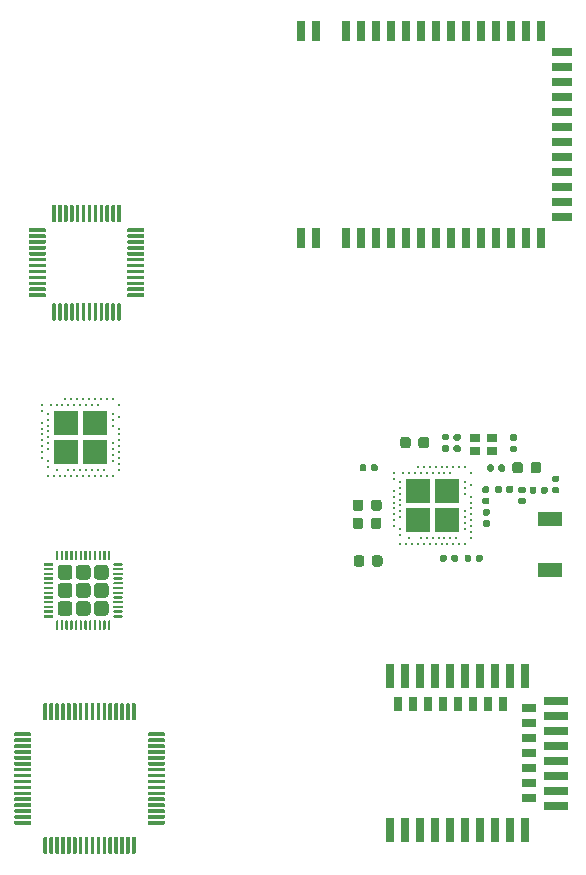
<source format=gtp>
%TF.GenerationSoftware,KiCad,Pcbnew,(5.1.9)-1*%
%TF.CreationDate,2021-02-01T23:30:29+08:00*%
%TF.ProjectId,NRF52840,4e524635-3238-4343-902e-6b696361645f,rev?*%
%TF.SameCoordinates,Original*%
%TF.FileFunction,Paste,Top*%
%TF.FilePolarity,Positive*%
%FSLAX46Y46*%
G04 Gerber Fmt 4.6, Leading zero omitted, Abs format (unit mm)*
G04 Created by KiCad (PCBNEW (5.1.9)-1) date 2021-02-01 23:30:29*
%MOMM*%
%LPD*%
G01*
G04 APERTURE LIST*
%ADD10R,0.700000X1.800000*%
%ADD11R,1.800000X0.700000*%
%ADD12R,2.000000X2.000000*%
%ADD13C,0.250000*%
%ADD14R,0.800000X1.200000*%
%ADD15R,1.200000X0.800000*%
%ADD16R,2.000000X0.800000*%
%ADD17R,0.800000X2.000000*%
%ADD18R,2.000000X1.200000*%
%ADD19R,0.900000X0.800000*%
G04 APERTURE END LIST*
%TO.C,REF\u002A\u002A*%
G36*
G01*
X64329480Y-156729420D02*
X64329480Y-155404420D01*
G75*
G02*
X64404480Y-155329420I75000J0D01*
G01*
X64554480Y-155329420D01*
G75*
G02*
X64629480Y-155404420I0J-75000D01*
G01*
X64629480Y-156729420D01*
G75*
G02*
X64554480Y-156804420I-75000J0D01*
G01*
X64404480Y-156804420D01*
G75*
G02*
X64329480Y-156729420I0J75000D01*
G01*
G37*
G36*
G01*
X64829480Y-156729420D02*
X64829480Y-155404420D01*
G75*
G02*
X64904480Y-155329420I75000J0D01*
G01*
X65054480Y-155329420D01*
G75*
G02*
X65129480Y-155404420I0J-75000D01*
G01*
X65129480Y-156729420D01*
G75*
G02*
X65054480Y-156804420I-75000J0D01*
G01*
X64904480Y-156804420D01*
G75*
G02*
X64829480Y-156729420I0J75000D01*
G01*
G37*
G36*
G01*
X65329480Y-156729420D02*
X65329480Y-155404420D01*
G75*
G02*
X65404480Y-155329420I75000J0D01*
G01*
X65554480Y-155329420D01*
G75*
G02*
X65629480Y-155404420I0J-75000D01*
G01*
X65629480Y-156729420D01*
G75*
G02*
X65554480Y-156804420I-75000J0D01*
G01*
X65404480Y-156804420D01*
G75*
G02*
X65329480Y-156729420I0J75000D01*
G01*
G37*
G36*
G01*
X65829480Y-156729420D02*
X65829480Y-155404420D01*
G75*
G02*
X65904480Y-155329420I75000J0D01*
G01*
X66054480Y-155329420D01*
G75*
G02*
X66129480Y-155404420I0J-75000D01*
G01*
X66129480Y-156729420D01*
G75*
G02*
X66054480Y-156804420I-75000J0D01*
G01*
X65904480Y-156804420D01*
G75*
G02*
X65829480Y-156729420I0J75000D01*
G01*
G37*
G36*
G01*
X66329480Y-156729420D02*
X66329480Y-155404420D01*
G75*
G02*
X66404480Y-155329420I75000J0D01*
G01*
X66554480Y-155329420D01*
G75*
G02*
X66629480Y-155404420I0J-75000D01*
G01*
X66629480Y-156729420D01*
G75*
G02*
X66554480Y-156804420I-75000J0D01*
G01*
X66404480Y-156804420D01*
G75*
G02*
X66329480Y-156729420I0J75000D01*
G01*
G37*
G36*
G01*
X66829480Y-156729420D02*
X66829480Y-155404420D01*
G75*
G02*
X66904480Y-155329420I75000J0D01*
G01*
X67054480Y-155329420D01*
G75*
G02*
X67129480Y-155404420I0J-75000D01*
G01*
X67129480Y-156729420D01*
G75*
G02*
X67054480Y-156804420I-75000J0D01*
G01*
X66904480Y-156804420D01*
G75*
G02*
X66829480Y-156729420I0J75000D01*
G01*
G37*
G36*
G01*
X67329480Y-156729420D02*
X67329480Y-155404420D01*
G75*
G02*
X67404480Y-155329420I75000J0D01*
G01*
X67554480Y-155329420D01*
G75*
G02*
X67629480Y-155404420I0J-75000D01*
G01*
X67629480Y-156729420D01*
G75*
G02*
X67554480Y-156804420I-75000J0D01*
G01*
X67404480Y-156804420D01*
G75*
G02*
X67329480Y-156729420I0J75000D01*
G01*
G37*
G36*
G01*
X67829480Y-156729420D02*
X67829480Y-155404420D01*
G75*
G02*
X67904480Y-155329420I75000J0D01*
G01*
X68054480Y-155329420D01*
G75*
G02*
X68129480Y-155404420I0J-75000D01*
G01*
X68129480Y-156729420D01*
G75*
G02*
X68054480Y-156804420I-75000J0D01*
G01*
X67904480Y-156804420D01*
G75*
G02*
X67829480Y-156729420I0J75000D01*
G01*
G37*
G36*
G01*
X68329480Y-156729420D02*
X68329480Y-155404420D01*
G75*
G02*
X68404480Y-155329420I75000J0D01*
G01*
X68554480Y-155329420D01*
G75*
G02*
X68629480Y-155404420I0J-75000D01*
G01*
X68629480Y-156729420D01*
G75*
G02*
X68554480Y-156804420I-75000J0D01*
G01*
X68404480Y-156804420D01*
G75*
G02*
X68329480Y-156729420I0J75000D01*
G01*
G37*
G36*
G01*
X68829480Y-156729420D02*
X68829480Y-155404420D01*
G75*
G02*
X68904480Y-155329420I75000J0D01*
G01*
X69054480Y-155329420D01*
G75*
G02*
X69129480Y-155404420I0J-75000D01*
G01*
X69129480Y-156729420D01*
G75*
G02*
X69054480Y-156804420I-75000J0D01*
G01*
X68904480Y-156804420D01*
G75*
G02*
X68829480Y-156729420I0J75000D01*
G01*
G37*
G36*
G01*
X69329480Y-156729420D02*
X69329480Y-155404420D01*
G75*
G02*
X69404480Y-155329420I75000J0D01*
G01*
X69554480Y-155329420D01*
G75*
G02*
X69629480Y-155404420I0J-75000D01*
G01*
X69629480Y-156729420D01*
G75*
G02*
X69554480Y-156804420I-75000J0D01*
G01*
X69404480Y-156804420D01*
G75*
G02*
X69329480Y-156729420I0J75000D01*
G01*
G37*
G36*
G01*
X69829480Y-156729420D02*
X69829480Y-155404420D01*
G75*
G02*
X69904480Y-155329420I75000J0D01*
G01*
X70054480Y-155329420D01*
G75*
G02*
X70129480Y-155404420I0J-75000D01*
G01*
X70129480Y-156729420D01*
G75*
G02*
X70054480Y-156804420I-75000J0D01*
G01*
X69904480Y-156804420D01*
G75*
G02*
X69829480Y-156729420I0J75000D01*
G01*
G37*
G36*
G01*
X70329480Y-156729420D02*
X70329480Y-155404420D01*
G75*
G02*
X70404480Y-155329420I75000J0D01*
G01*
X70554480Y-155329420D01*
G75*
G02*
X70629480Y-155404420I0J-75000D01*
G01*
X70629480Y-156729420D01*
G75*
G02*
X70554480Y-156804420I-75000J0D01*
G01*
X70404480Y-156804420D01*
G75*
G02*
X70329480Y-156729420I0J75000D01*
G01*
G37*
G36*
G01*
X70829480Y-156729420D02*
X70829480Y-155404420D01*
G75*
G02*
X70904480Y-155329420I75000J0D01*
G01*
X71054480Y-155329420D01*
G75*
G02*
X71129480Y-155404420I0J-75000D01*
G01*
X71129480Y-156729420D01*
G75*
G02*
X71054480Y-156804420I-75000J0D01*
G01*
X70904480Y-156804420D01*
G75*
G02*
X70829480Y-156729420I0J75000D01*
G01*
G37*
G36*
G01*
X71329480Y-156729420D02*
X71329480Y-155404420D01*
G75*
G02*
X71404480Y-155329420I75000J0D01*
G01*
X71554480Y-155329420D01*
G75*
G02*
X71629480Y-155404420I0J-75000D01*
G01*
X71629480Y-156729420D01*
G75*
G02*
X71554480Y-156804420I-75000J0D01*
G01*
X71404480Y-156804420D01*
G75*
G02*
X71329480Y-156729420I0J75000D01*
G01*
G37*
G36*
G01*
X71829480Y-156729420D02*
X71829480Y-155404420D01*
G75*
G02*
X71904480Y-155329420I75000J0D01*
G01*
X72054480Y-155329420D01*
G75*
G02*
X72129480Y-155404420I0J-75000D01*
G01*
X72129480Y-156729420D01*
G75*
G02*
X72054480Y-156804420I-75000J0D01*
G01*
X71904480Y-156804420D01*
G75*
G02*
X71829480Y-156729420I0J75000D01*
G01*
G37*
G36*
G01*
X73154480Y-158054420D02*
X73154480Y-157904420D01*
G75*
G02*
X73229480Y-157829420I75000J0D01*
G01*
X74554480Y-157829420D01*
G75*
G02*
X74629480Y-157904420I0J-75000D01*
G01*
X74629480Y-158054420D01*
G75*
G02*
X74554480Y-158129420I-75000J0D01*
G01*
X73229480Y-158129420D01*
G75*
G02*
X73154480Y-158054420I0J75000D01*
G01*
G37*
G36*
G01*
X73154480Y-158554420D02*
X73154480Y-158404420D01*
G75*
G02*
X73229480Y-158329420I75000J0D01*
G01*
X74554480Y-158329420D01*
G75*
G02*
X74629480Y-158404420I0J-75000D01*
G01*
X74629480Y-158554420D01*
G75*
G02*
X74554480Y-158629420I-75000J0D01*
G01*
X73229480Y-158629420D01*
G75*
G02*
X73154480Y-158554420I0J75000D01*
G01*
G37*
G36*
G01*
X73154480Y-159054420D02*
X73154480Y-158904420D01*
G75*
G02*
X73229480Y-158829420I75000J0D01*
G01*
X74554480Y-158829420D01*
G75*
G02*
X74629480Y-158904420I0J-75000D01*
G01*
X74629480Y-159054420D01*
G75*
G02*
X74554480Y-159129420I-75000J0D01*
G01*
X73229480Y-159129420D01*
G75*
G02*
X73154480Y-159054420I0J75000D01*
G01*
G37*
G36*
G01*
X73154480Y-159554420D02*
X73154480Y-159404420D01*
G75*
G02*
X73229480Y-159329420I75000J0D01*
G01*
X74554480Y-159329420D01*
G75*
G02*
X74629480Y-159404420I0J-75000D01*
G01*
X74629480Y-159554420D01*
G75*
G02*
X74554480Y-159629420I-75000J0D01*
G01*
X73229480Y-159629420D01*
G75*
G02*
X73154480Y-159554420I0J75000D01*
G01*
G37*
G36*
G01*
X73154480Y-160054420D02*
X73154480Y-159904420D01*
G75*
G02*
X73229480Y-159829420I75000J0D01*
G01*
X74554480Y-159829420D01*
G75*
G02*
X74629480Y-159904420I0J-75000D01*
G01*
X74629480Y-160054420D01*
G75*
G02*
X74554480Y-160129420I-75000J0D01*
G01*
X73229480Y-160129420D01*
G75*
G02*
X73154480Y-160054420I0J75000D01*
G01*
G37*
G36*
G01*
X73154480Y-160554420D02*
X73154480Y-160404420D01*
G75*
G02*
X73229480Y-160329420I75000J0D01*
G01*
X74554480Y-160329420D01*
G75*
G02*
X74629480Y-160404420I0J-75000D01*
G01*
X74629480Y-160554420D01*
G75*
G02*
X74554480Y-160629420I-75000J0D01*
G01*
X73229480Y-160629420D01*
G75*
G02*
X73154480Y-160554420I0J75000D01*
G01*
G37*
G36*
G01*
X73154480Y-161054420D02*
X73154480Y-160904420D01*
G75*
G02*
X73229480Y-160829420I75000J0D01*
G01*
X74554480Y-160829420D01*
G75*
G02*
X74629480Y-160904420I0J-75000D01*
G01*
X74629480Y-161054420D01*
G75*
G02*
X74554480Y-161129420I-75000J0D01*
G01*
X73229480Y-161129420D01*
G75*
G02*
X73154480Y-161054420I0J75000D01*
G01*
G37*
G36*
G01*
X73154480Y-161554420D02*
X73154480Y-161404420D01*
G75*
G02*
X73229480Y-161329420I75000J0D01*
G01*
X74554480Y-161329420D01*
G75*
G02*
X74629480Y-161404420I0J-75000D01*
G01*
X74629480Y-161554420D01*
G75*
G02*
X74554480Y-161629420I-75000J0D01*
G01*
X73229480Y-161629420D01*
G75*
G02*
X73154480Y-161554420I0J75000D01*
G01*
G37*
G36*
G01*
X73154480Y-162054420D02*
X73154480Y-161904420D01*
G75*
G02*
X73229480Y-161829420I75000J0D01*
G01*
X74554480Y-161829420D01*
G75*
G02*
X74629480Y-161904420I0J-75000D01*
G01*
X74629480Y-162054420D01*
G75*
G02*
X74554480Y-162129420I-75000J0D01*
G01*
X73229480Y-162129420D01*
G75*
G02*
X73154480Y-162054420I0J75000D01*
G01*
G37*
G36*
G01*
X73154480Y-162554420D02*
X73154480Y-162404420D01*
G75*
G02*
X73229480Y-162329420I75000J0D01*
G01*
X74554480Y-162329420D01*
G75*
G02*
X74629480Y-162404420I0J-75000D01*
G01*
X74629480Y-162554420D01*
G75*
G02*
X74554480Y-162629420I-75000J0D01*
G01*
X73229480Y-162629420D01*
G75*
G02*
X73154480Y-162554420I0J75000D01*
G01*
G37*
G36*
G01*
X73154480Y-163054420D02*
X73154480Y-162904420D01*
G75*
G02*
X73229480Y-162829420I75000J0D01*
G01*
X74554480Y-162829420D01*
G75*
G02*
X74629480Y-162904420I0J-75000D01*
G01*
X74629480Y-163054420D01*
G75*
G02*
X74554480Y-163129420I-75000J0D01*
G01*
X73229480Y-163129420D01*
G75*
G02*
X73154480Y-163054420I0J75000D01*
G01*
G37*
G36*
G01*
X73154480Y-163554420D02*
X73154480Y-163404420D01*
G75*
G02*
X73229480Y-163329420I75000J0D01*
G01*
X74554480Y-163329420D01*
G75*
G02*
X74629480Y-163404420I0J-75000D01*
G01*
X74629480Y-163554420D01*
G75*
G02*
X74554480Y-163629420I-75000J0D01*
G01*
X73229480Y-163629420D01*
G75*
G02*
X73154480Y-163554420I0J75000D01*
G01*
G37*
G36*
G01*
X73154480Y-164054420D02*
X73154480Y-163904420D01*
G75*
G02*
X73229480Y-163829420I75000J0D01*
G01*
X74554480Y-163829420D01*
G75*
G02*
X74629480Y-163904420I0J-75000D01*
G01*
X74629480Y-164054420D01*
G75*
G02*
X74554480Y-164129420I-75000J0D01*
G01*
X73229480Y-164129420D01*
G75*
G02*
X73154480Y-164054420I0J75000D01*
G01*
G37*
G36*
G01*
X73154480Y-164554420D02*
X73154480Y-164404420D01*
G75*
G02*
X73229480Y-164329420I75000J0D01*
G01*
X74554480Y-164329420D01*
G75*
G02*
X74629480Y-164404420I0J-75000D01*
G01*
X74629480Y-164554420D01*
G75*
G02*
X74554480Y-164629420I-75000J0D01*
G01*
X73229480Y-164629420D01*
G75*
G02*
X73154480Y-164554420I0J75000D01*
G01*
G37*
G36*
G01*
X73154480Y-165054420D02*
X73154480Y-164904420D01*
G75*
G02*
X73229480Y-164829420I75000J0D01*
G01*
X74554480Y-164829420D01*
G75*
G02*
X74629480Y-164904420I0J-75000D01*
G01*
X74629480Y-165054420D01*
G75*
G02*
X74554480Y-165129420I-75000J0D01*
G01*
X73229480Y-165129420D01*
G75*
G02*
X73154480Y-165054420I0J75000D01*
G01*
G37*
G36*
G01*
X73154480Y-165554420D02*
X73154480Y-165404420D01*
G75*
G02*
X73229480Y-165329420I75000J0D01*
G01*
X74554480Y-165329420D01*
G75*
G02*
X74629480Y-165404420I0J-75000D01*
G01*
X74629480Y-165554420D01*
G75*
G02*
X74554480Y-165629420I-75000J0D01*
G01*
X73229480Y-165629420D01*
G75*
G02*
X73154480Y-165554420I0J75000D01*
G01*
G37*
G36*
G01*
X71829480Y-168054420D02*
X71829480Y-166729420D01*
G75*
G02*
X71904480Y-166654420I75000J0D01*
G01*
X72054480Y-166654420D01*
G75*
G02*
X72129480Y-166729420I0J-75000D01*
G01*
X72129480Y-168054420D01*
G75*
G02*
X72054480Y-168129420I-75000J0D01*
G01*
X71904480Y-168129420D01*
G75*
G02*
X71829480Y-168054420I0J75000D01*
G01*
G37*
G36*
G01*
X71329480Y-168054420D02*
X71329480Y-166729420D01*
G75*
G02*
X71404480Y-166654420I75000J0D01*
G01*
X71554480Y-166654420D01*
G75*
G02*
X71629480Y-166729420I0J-75000D01*
G01*
X71629480Y-168054420D01*
G75*
G02*
X71554480Y-168129420I-75000J0D01*
G01*
X71404480Y-168129420D01*
G75*
G02*
X71329480Y-168054420I0J75000D01*
G01*
G37*
G36*
G01*
X70829480Y-168054420D02*
X70829480Y-166729420D01*
G75*
G02*
X70904480Y-166654420I75000J0D01*
G01*
X71054480Y-166654420D01*
G75*
G02*
X71129480Y-166729420I0J-75000D01*
G01*
X71129480Y-168054420D01*
G75*
G02*
X71054480Y-168129420I-75000J0D01*
G01*
X70904480Y-168129420D01*
G75*
G02*
X70829480Y-168054420I0J75000D01*
G01*
G37*
G36*
G01*
X70329480Y-168054420D02*
X70329480Y-166729420D01*
G75*
G02*
X70404480Y-166654420I75000J0D01*
G01*
X70554480Y-166654420D01*
G75*
G02*
X70629480Y-166729420I0J-75000D01*
G01*
X70629480Y-168054420D01*
G75*
G02*
X70554480Y-168129420I-75000J0D01*
G01*
X70404480Y-168129420D01*
G75*
G02*
X70329480Y-168054420I0J75000D01*
G01*
G37*
G36*
G01*
X69829480Y-168054420D02*
X69829480Y-166729420D01*
G75*
G02*
X69904480Y-166654420I75000J0D01*
G01*
X70054480Y-166654420D01*
G75*
G02*
X70129480Y-166729420I0J-75000D01*
G01*
X70129480Y-168054420D01*
G75*
G02*
X70054480Y-168129420I-75000J0D01*
G01*
X69904480Y-168129420D01*
G75*
G02*
X69829480Y-168054420I0J75000D01*
G01*
G37*
G36*
G01*
X69329480Y-168054420D02*
X69329480Y-166729420D01*
G75*
G02*
X69404480Y-166654420I75000J0D01*
G01*
X69554480Y-166654420D01*
G75*
G02*
X69629480Y-166729420I0J-75000D01*
G01*
X69629480Y-168054420D01*
G75*
G02*
X69554480Y-168129420I-75000J0D01*
G01*
X69404480Y-168129420D01*
G75*
G02*
X69329480Y-168054420I0J75000D01*
G01*
G37*
G36*
G01*
X68829480Y-168054420D02*
X68829480Y-166729420D01*
G75*
G02*
X68904480Y-166654420I75000J0D01*
G01*
X69054480Y-166654420D01*
G75*
G02*
X69129480Y-166729420I0J-75000D01*
G01*
X69129480Y-168054420D01*
G75*
G02*
X69054480Y-168129420I-75000J0D01*
G01*
X68904480Y-168129420D01*
G75*
G02*
X68829480Y-168054420I0J75000D01*
G01*
G37*
G36*
G01*
X68329480Y-168054420D02*
X68329480Y-166729420D01*
G75*
G02*
X68404480Y-166654420I75000J0D01*
G01*
X68554480Y-166654420D01*
G75*
G02*
X68629480Y-166729420I0J-75000D01*
G01*
X68629480Y-168054420D01*
G75*
G02*
X68554480Y-168129420I-75000J0D01*
G01*
X68404480Y-168129420D01*
G75*
G02*
X68329480Y-168054420I0J75000D01*
G01*
G37*
G36*
G01*
X67829480Y-168054420D02*
X67829480Y-166729420D01*
G75*
G02*
X67904480Y-166654420I75000J0D01*
G01*
X68054480Y-166654420D01*
G75*
G02*
X68129480Y-166729420I0J-75000D01*
G01*
X68129480Y-168054420D01*
G75*
G02*
X68054480Y-168129420I-75000J0D01*
G01*
X67904480Y-168129420D01*
G75*
G02*
X67829480Y-168054420I0J75000D01*
G01*
G37*
G36*
G01*
X67329480Y-168054420D02*
X67329480Y-166729420D01*
G75*
G02*
X67404480Y-166654420I75000J0D01*
G01*
X67554480Y-166654420D01*
G75*
G02*
X67629480Y-166729420I0J-75000D01*
G01*
X67629480Y-168054420D01*
G75*
G02*
X67554480Y-168129420I-75000J0D01*
G01*
X67404480Y-168129420D01*
G75*
G02*
X67329480Y-168054420I0J75000D01*
G01*
G37*
G36*
G01*
X66829480Y-168054420D02*
X66829480Y-166729420D01*
G75*
G02*
X66904480Y-166654420I75000J0D01*
G01*
X67054480Y-166654420D01*
G75*
G02*
X67129480Y-166729420I0J-75000D01*
G01*
X67129480Y-168054420D01*
G75*
G02*
X67054480Y-168129420I-75000J0D01*
G01*
X66904480Y-168129420D01*
G75*
G02*
X66829480Y-168054420I0J75000D01*
G01*
G37*
G36*
G01*
X66329480Y-168054420D02*
X66329480Y-166729420D01*
G75*
G02*
X66404480Y-166654420I75000J0D01*
G01*
X66554480Y-166654420D01*
G75*
G02*
X66629480Y-166729420I0J-75000D01*
G01*
X66629480Y-168054420D01*
G75*
G02*
X66554480Y-168129420I-75000J0D01*
G01*
X66404480Y-168129420D01*
G75*
G02*
X66329480Y-168054420I0J75000D01*
G01*
G37*
G36*
G01*
X65829480Y-168054420D02*
X65829480Y-166729420D01*
G75*
G02*
X65904480Y-166654420I75000J0D01*
G01*
X66054480Y-166654420D01*
G75*
G02*
X66129480Y-166729420I0J-75000D01*
G01*
X66129480Y-168054420D01*
G75*
G02*
X66054480Y-168129420I-75000J0D01*
G01*
X65904480Y-168129420D01*
G75*
G02*
X65829480Y-168054420I0J75000D01*
G01*
G37*
G36*
G01*
X65329480Y-168054420D02*
X65329480Y-166729420D01*
G75*
G02*
X65404480Y-166654420I75000J0D01*
G01*
X65554480Y-166654420D01*
G75*
G02*
X65629480Y-166729420I0J-75000D01*
G01*
X65629480Y-168054420D01*
G75*
G02*
X65554480Y-168129420I-75000J0D01*
G01*
X65404480Y-168129420D01*
G75*
G02*
X65329480Y-168054420I0J75000D01*
G01*
G37*
G36*
G01*
X64829480Y-168054420D02*
X64829480Y-166729420D01*
G75*
G02*
X64904480Y-166654420I75000J0D01*
G01*
X65054480Y-166654420D01*
G75*
G02*
X65129480Y-166729420I0J-75000D01*
G01*
X65129480Y-168054420D01*
G75*
G02*
X65054480Y-168129420I-75000J0D01*
G01*
X64904480Y-168129420D01*
G75*
G02*
X64829480Y-168054420I0J75000D01*
G01*
G37*
G36*
G01*
X64329480Y-168054420D02*
X64329480Y-166729420D01*
G75*
G02*
X64404480Y-166654420I75000J0D01*
G01*
X64554480Y-166654420D01*
G75*
G02*
X64629480Y-166729420I0J-75000D01*
G01*
X64629480Y-168054420D01*
G75*
G02*
X64554480Y-168129420I-75000J0D01*
G01*
X64404480Y-168129420D01*
G75*
G02*
X64329480Y-168054420I0J75000D01*
G01*
G37*
G36*
G01*
X61829480Y-165554420D02*
X61829480Y-165404420D01*
G75*
G02*
X61904480Y-165329420I75000J0D01*
G01*
X63229480Y-165329420D01*
G75*
G02*
X63304480Y-165404420I0J-75000D01*
G01*
X63304480Y-165554420D01*
G75*
G02*
X63229480Y-165629420I-75000J0D01*
G01*
X61904480Y-165629420D01*
G75*
G02*
X61829480Y-165554420I0J75000D01*
G01*
G37*
G36*
G01*
X61829480Y-165054420D02*
X61829480Y-164904420D01*
G75*
G02*
X61904480Y-164829420I75000J0D01*
G01*
X63229480Y-164829420D01*
G75*
G02*
X63304480Y-164904420I0J-75000D01*
G01*
X63304480Y-165054420D01*
G75*
G02*
X63229480Y-165129420I-75000J0D01*
G01*
X61904480Y-165129420D01*
G75*
G02*
X61829480Y-165054420I0J75000D01*
G01*
G37*
G36*
G01*
X61829480Y-164554420D02*
X61829480Y-164404420D01*
G75*
G02*
X61904480Y-164329420I75000J0D01*
G01*
X63229480Y-164329420D01*
G75*
G02*
X63304480Y-164404420I0J-75000D01*
G01*
X63304480Y-164554420D01*
G75*
G02*
X63229480Y-164629420I-75000J0D01*
G01*
X61904480Y-164629420D01*
G75*
G02*
X61829480Y-164554420I0J75000D01*
G01*
G37*
G36*
G01*
X61829480Y-164054420D02*
X61829480Y-163904420D01*
G75*
G02*
X61904480Y-163829420I75000J0D01*
G01*
X63229480Y-163829420D01*
G75*
G02*
X63304480Y-163904420I0J-75000D01*
G01*
X63304480Y-164054420D01*
G75*
G02*
X63229480Y-164129420I-75000J0D01*
G01*
X61904480Y-164129420D01*
G75*
G02*
X61829480Y-164054420I0J75000D01*
G01*
G37*
G36*
G01*
X61829480Y-163554420D02*
X61829480Y-163404420D01*
G75*
G02*
X61904480Y-163329420I75000J0D01*
G01*
X63229480Y-163329420D01*
G75*
G02*
X63304480Y-163404420I0J-75000D01*
G01*
X63304480Y-163554420D01*
G75*
G02*
X63229480Y-163629420I-75000J0D01*
G01*
X61904480Y-163629420D01*
G75*
G02*
X61829480Y-163554420I0J75000D01*
G01*
G37*
G36*
G01*
X61829480Y-163054420D02*
X61829480Y-162904420D01*
G75*
G02*
X61904480Y-162829420I75000J0D01*
G01*
X63229480Y-162829420D01*
G75*
G02*
X63304480Y-162904420I0J-75000D01*
G01*
X63304480Y-163054420D01*
G75*
G02*
X63229480Y-163129420I-75000J0D01*
G01*
X61904480Y-163129420D01*
G75*
G02*
X61829480Y-163054420I0J75000D01*
G01*
G37*
G36*
G01*
X61829480Y-162554420D02*
X61829480Y-162404420D01*
G75*
G02*
X61904480Y-162329420I75000J0D01*
G01*
X63229480Y-162329420D01*
G75*
G02*
X63304480Y-162404420I0J-75000D01*
G01*
X63304480Y-162554420D01*
G75*
G02*
X63229480Y-162629420I-75000J0D01*
G01*
X61904480Y-162629420D01*
G75*
G02*
X61829480Y-162554420I0J75000D01*
G01*
G37*
G36*
G01*
X61829480Y-162054420D02*
X61829480Y-161904420D01*
G75*
G02*
X61904480Y-161829420I75000J0D01*
G01*
X63229480Y-161829420D01*
G75*
G02*
X63304480Y-161904420I0J-75000D01*
G01*
X63304480Y-162054420D01*
G75*
G02*
X63229480Y-162129420I-75000J0D01*
G01*
X61904480Y-162129420D01*
G75*
G02*
X61829480Y-162054420I0J75000D01*
G01*
G37*
G36*
G01*
X61829480Y-161554420D02*
X61829480Y-161404420D01*
G75*
G02*
X61904480Y-161329420I75000J0D01*
G01*
X63229480Y-161329420D01*
G75*
G02*
X63304480Y-161404420I0J-75000D01*
G01*
X63304480Y-161554420D01*
G75*
G02*
X63229480Y-161629420I-75000J0D01*
G01*
X61904480Y-161629420D01*
G75*
G02*
X61829480Y-161554420I0J75000D01*
G01*
G37*
G36*
G01*
X61829480Y-161054420D02*
X61829480Y-160904420D01*
G75*
G02*
X61904480Y-160829420I75000J0D01*
G01*
X63229480Y-160829420D01*
G75*
G02*
X63304480Y-160904420I0J-75000D01*
G01*
X63304480Y-161054420D01*
G75*
G02*
X63229480Y-161129420I-75000J0D01*
G01*
X61904480Y-161129420D01*
G75*
G02*
X61829480Y-161054420I0J75000D01*
G01*
G37*
G36*
G01*
X61829480Y-160554420D02*
X61829480Y-160404420D01*
G75*
G02*
X61904480Y-160329420I75000J0D01*
G01*
X63229480Y-160329420D01*
G75*
G02*
X63304480Y-160404420I0J-75000D01*
G01*
X63304480Y-160554420D01*
G75*
G02*
X63229480Y-160629420I-75000J0D01*
G01*
X61904480Y-160629420D01*
G75*
G02*
X61829480Y-160554420I0J75000D01*
G01*
G37*
G36*
G01*
X61829480Y-160054420D02*
X61829480Y-159904420D01*
G75*
G02*
X61904480Y-159829420I75000J0D01*
G01*
X63229480Y-159829420D01*
G75*
G02*
X63304480Y-159904420I0J-75000D01*
G01*
X63304480Y-160054420D01*
G75*
G02*
X63229480Y-160129420I-75000J0D01*
G01*
X61904480Y-160129420D01*
G75*
G02*
X61829480Y-160054420I0J75000D01*
G01*
G37*
G36*
G01*
X61829480Y-159554420D02*
X61829480Y-159404420D01*
G75*
G02*
X61904480Y-159329420I75000J0D01*
G01*
X63229480Y-159329420D01*
G75*
G02*
X63304480Y-159404420I0J-75000D01*
G01*
X63304480Y-159554420D01*
G75*
G02*
X63229480Y-159629420I-75000J0D01*
G01*
X61904480Y-159629420D01*
G75*
G02*
X61829480Y-159554420I0J75000D01*
G01*
G37*
G36*
G01*
X61829480Y-159054420D02*
X61829480Y-158904420D01*
G75*
G02*
X61904480Y-158829420I75000J0D01*
G01*
X63229480Y-158829420D01*
G75*
G02*
X63304480Y-158904420I0J-75000D01*
G01*
X63304480Y-159054420D01*
G75*
G02*
X63229480Y-159129420I-75000J0D01*
G01*
X61904480Y-159129420D01*
G75*
G02*
X61829480Y-159054420I0J75000D01*
G01*
G37*
G36*
G01*
X61829480Y-158554420D02*
X61829480Y-158404420D01*
G75*
G02*
X61904480Y-158329420I75000J0D01*
G01*
X63229480Y-158329420D01*
G75*
G02*
X63304480Y-158404420I0J-75000D01*
G01*
X63304480Y-158554420D01*
G75*
G02*
X63229480Y-158629420I-75000J0D01*
G01*
X61904480Y-158629420D01*
G75*
G02*
X61829480Y-158554420I0J75000D01*
G01*
G37*
G36*
G01*
X61829480Y-158054420D02*
X61829480Y-157904420D01*
G75*
G02*
X61904480Y-157829420I75000J0D01*
G01*
X63229480Y-157829420D01*
G75*
G02*
X63304480Y-157904420I0J-75000D01*
G01*
X63304480Y-158054420D01*
G75*
G02*
X63229480Y-158129420I-75000J0D01*
G01*
X61904480Y-158129420D01*
G75*
G02*
X61829480Y-158054420I0J75000D01*
G01*
G37*
%TD*%
%TO.C,REF\u002A\u002A*%
G36*
G01*
X65075480Y-114549040D02*
X65075480Y-113224040D01*
G75*
G02*
X65150480Y-113149040I75000J0D01*
G01*
X65300480Y-113149040D01*
G75*
G02*
X65375480Y-113224040I0J-75000D01*
G01*
X65375480Y-114549040D01*
G75*
G02*
X65300480Y-114624040I-75000J0D01*
G01*
X65150480Y-114624040D01*
G75*
G02*
X65075480Y-114549040I0J75000D01*
G01*
G37*
G36*
G01*
X65575480Y-114549040D02*
X65575480Y-113224040D01*
G75*
G02*
X65650480Y-113149040I75000J0D01*
G01*
X65800480Y-113149040D01*
G75*
G02*
X65875480Y-113224040I0J-75000D01*
G01*
X65875480Y-114549040D01*
G75*
G02*
X65800480Y-114624040I-75000J0D01*
G01*
X65650480Y-114624040D01*
G75*
G02*
X65575480Y-114549040I0J75000D01*
G01*
G37*
G36*
G01*
X66075480Y-114549040D02*
X66075480Y-113224040D01*
G75*
G02*
X66150480Y-113149040I75000J0D01*
G01*
X66300480Y-113149040D01*
G75*
G02*
X66375480Y-113224040I0J-75000D01*
G01*
X66375480Y-114549040D01*
G75*
G02*
X66300480Y-114624040I-75000J0D01*
G01*
X66150480Y-114624040D01*
G75*
G02*
X66075480Y-114549040I0J75000D01*
G01*
G37*
G36*
G01*
X66575480Y-114549040D02*
X66575480Y-113224040D01*
G75*
G02*
X66650480Y-113149040I75000J0D01*
G01*
X66800480Y-113149040D01*
G75*
G02*
X66875480Y-113224040I0J-75000D01*
G01*
X66875480Y-114549040D01*
G75*
G02*
X66800480Y-114624040I-75000J0D01*
G01*
X66650480Y-114624040D01*
G75*
G02*
X66575480Y-114549040I0J75000D01*
G01*
G37*
G36*
G01*
X67075480Y-114549040D02*
X67075480Y-113224040D01*
G75*
G02*
X67150480Y-113149040I75000J0D01*
G01*
X67300480Y-113149040D01*
G75*
G02*
X67375480Y-113224040I0J-75000D01*
G01*
X67375480Y-114549040D01*
G75*
G02*
X67300480Y-114624040I-75000J0D01*
G01*
X67150480Y-114624040D01*
G75*
G02*
X67075480Y-114549040I0J75000D01*
G01*
G37*
G36*
G01*
X67575480Y-114549040D02*
X67575480Y-113224040D01*
G75*
G02*
X67650480Y-113149040I75000J0D01*
G01*
X67800480Y-113149040D01*
G75*
G02*
X67875480Y-113224040I0J-75000D01*
G01*
X67875480Y-114549040D01*
G75*
G02*
X67800480Y-114624040I-75000J0D01*
G01*
X67650480Y-114624040D01*
G75*
G02*
X67575480Y-114549040I0J75000D01*
G01*
G37*
G36*
G01*
X68075480Y-114549040D02*
X68075480Y-113224040D01*
G75*
G02*
X68150480Y-113149040I75000J0D01*
G01*
X68300480Y-113149040D01*
G75*
G02*
X68375480Y-113224040I0J-75000D01*
G01*
X68375480Y-114549040D01*
G75*
G02*
X68300480Y-114624040I-75000J0D01*
G01*
X68150480Y-114624040D01*
G75*
G02*
X68075480Y-114549040I0J75000D01*
G01*
G37*
G36*
G01*
X68575480Y-114549040D02*
X68575480Y-113224040D01*
G75*
G02*
X68650480Y-113149040I75000J0D01*
G01*
X68800480Y-113149040D01*
G75*
G02*
X68875480Y-113224040I0J-75000D01*
G01*
X68875480Y-114549040D01*
G75*
G02*
X68800480Y-114624040I-75000J0D01*
G01*
X68650480Y-114624040D01*
G75*
G02*
X68575480Y-114549040I0J75000D01*
G01*
G37*
G36*
G01*
X69075480Y-114549040D02*
X69075480Y-113224040D01*
G75*
G02*
X69150480Y-113149040I75000J0D01*
G01*
X69300480Y-113149040D01*
G75*
G02*
X69375480Y-113224040I0J-75000D01*
G01*
X69375480Y-114549040D01*
G75*
G02*
X69300480Y-114624040I-75000J0D01*
G01*
X69150480Y-114624040D01*
G75*
G02*
X69075480Y-114549040I0J75000D01*
G01*
G37*
G36*
G01*
X69575480Y-114549040D02*
X69575480Y-113224040D01*
G75*
G02*
X69650480Y-113149040I75000J0D01*
G01*
X69800480Y-113149040D01*
G75*
G02*
X69875480Y-113224040I0J-75000D01*
G01*
X69875480Y-114549040D01*
G75*
G02*
X69800480Y-114624040I-75000J0D01*
G01*
X69650480Y-114624040D01*
G75*
G02*
X69575480Y-114549040I0J75000D01*
G01*
G37*
G36*
G01*
X70075480Y-114549040D02*
X70075480Y-113224040D01*
G75*
G02*
X70150480Y-113149040I75000J0D01*
G01*
X70300480Y-113149040D01*
G75*
G02*
X70375480Y-113224040I0J-75000D01*
G01*
X70375480Y-114549040D01*
G75*
G02*
X70300480Y-114624040I-75000J0D01*
G01*
X70150480Y-114624040D01*
G75*
G02*
X70075480Y-114549040I0J75000D01*
G01*
G37*
G36*
G01*
X70575480Y-114549040D02*
X70575480Y-113224040D01*
G75*
G02*
X70650480Y-113149040I75000J0D01*
G01*
X70800480Y-113149040D01*
G75*
G02*
X70875480Y-113224040I0J-75000D01*
G01*
X70875480Y-114549040D01*
G75*
G02*
X70800480Y-114624040I-75000J0D01*
G01*
X70650480Y-114624040D01*
G75*
G02*
X70575480Y-114549040I0J75000D01*
G01*
G37*
G36*
G01*
X71400480Y-115374040D02*
X71400480Y-115224040D01*
G75*
G02*
X71475480Y-115149040I75000J0D01*
G01*
X72800480Y-115149040D01*
G75*
G02*
X72875480Y-115224040I0J-75000D01*
G01*
X72875480Y-115374040D01*
G75*
G02*
X72800480Y-115449040I-75000J0D01*
G01*
X71475480Y-115449040D01*
G75*
G02*
X71400480Y-115374040I0J75000D01*
G01*
G37*
G36*
G01*
X71400480Y-115874040D02*
X71400480Y-115724040D01*
G75*
G02*
X71475480Y-115649040I75000J0D01*
G01*
X72800480Y-115649040D01*
G75*
G02*
X72875480Y-115724040I0J-75000D01*
G01*
X72875480Y-115874040D01*
G75*
G02*
X72800480Y-115949040I-75000J0D01*
G01*
X71475480Y-115949040D01*
G75*
G02*
X71400480Y-115874040I0J75000D01*
G01*
G37*
G36*
G01*
X71400480Y-116374040D02*
X71400480Y-116224040D01*
G75*
G02*
X71475480Y-116149040I75000J0D01*
G01*
X72800480Y-116149040D01*
G75*
G02*
X72875480Y-116224040I0J-75000D01*
G01*
X72875480Y-116374040D01*
G75*
G02*
X72800480Y-116449040I-75000J0D01*
G01*
X71475480Y-116449040D01*
G75*
G02*
X71400480Y-116374040I0J75000D01*
G01*
G37*
G36*
G01*
X71400480Y-116874040D02*
X71400480Y-116724040D01*
G75*
G02*
X71475480Y-116649040I75000J0D01*
G01*
X72800480Y-116649040D01*
G75*
G02*
X72875480Y-116724040I0J-75000D01*
G01*
X72875480Y-116874040D01*
G75*
G02*
X72800480Y-116949040I-75000J0D01*
G01*
X71475480Y-116949040D01*
G75*
G02*
X71400480Y-116874040I0J75000D01*
G01*
G37*
G36*
G01*
X71400480Y-117374040D02*
X71400480Y-117224040D01*
G75*
G02*
X71475480Y-117149040I75000J0D01*
G01*
X72800480Y-117149040D01*
G75*
G02*
X72875480Y-117224040I0J-75000D01*
G01*
X72875480Y-117374040D01*
G75*
G02*
X72800480Y-117449040I-75000J0D01*
G01*
X71475480Y-117449040D01*
G75*
G02*
X71400480Y-117374040I0J75000D01*
G01*
G37*
G36*
G01*
X71400480Y-117874040D02*
X71400480Y-117724040D01*
G75*
G02*
X71475480Y-117649040I75000J0D01*
G01*
X72800480Y-117649040D01*
G75*
G02*
X72875480Y-117724040I0J-75000D01*
G01*
X72875480Y-117874040D01*
G75*
G02*
X72800480Y-117949040I-75000J0D01*
G01*
X71475480Y-117949040D01*
G75*
G02*
X71400480Y-117874040I0J75000D01*
G01*
G37*
G36*
G01*
X71400480Y-118374040D02*
X71400480Y-118224040D01*
G75*
G02*
X71475480Y-118149040I75000J0D01*
G01*
X72800480Y-118149040D01*
G75*
G02*
X72875480Y-118224040I0J-75000D01*
G01*
X72875480Y-118374040D01*
G75*
G02*
X72800480Y-118449040I-75000J0D01*
G01*
X71475480Y-118449040D01*
G75*
G02*
X71400480Y-118374040I0J75000D01*
G01*
G37*
G36*
G01*
X71400480Y-118874040D02*
X71400480Y-118724040D01*
G75*
G02*
X71475480Y-118649040I75000J0D01*
G01*
X72800480Y-118649040D01*
G75*
G02*
X72875480Y-118724040I0J-75000D01*
G01*
X72875480Y-118874040D01*
G75*
G02*
X72800480Y-118949040I-75000J0D01*
G01*
X71475480Y-118949040D01*
G75*
G02*
X71400480Y-118874040I0J75000D01*
G01*
G37*
G36*
G01*
X71400480Y-119374040D02*
X71400480Y-119224040D01*
G75*
G02*
X71475480Y-119149040I75000J0D01*
G01*
X72800480Y-119149040D01*
G75*
G02*
X72875480Y-119224040I0J-75000D01*
G01*
X72875480Y-119374040D01*
G75*
G02*
X72800480Y-119449040I-75000J0D01*
G01*
X71475480Y-119449040D01*
G75*
G02*
X71400480Y-119374040I0J75000D01*
G01*
G37*
G36*
G01*
X71400480Y-119874040D02*
X71400480Y-119724040D01*
G75*
G02*
X71475480Y-119649040I75000J0D01*
G01*
X72800480Y-119649040D01*
G75*
G02*
X72875480Y-119724040I0J-75000D01*
G01*
X72875480Y-119874040D01*
G75*
G02*
X72800480Y-119949040I-75000J0D01*
G01*
X71475480Y-119949040D01*
G75*
G02*
X71400480Y-119874040I0J75000D01*
G01*
G37*
G36*
G01*
X71400480Y-120374040D02*
X71400480Y-120224040D01*
G75*
G02*
X71475480Y-120149040I75000J0D01*
G01*
X72800480Y-120149040D01*
G75*
G02*
X72875480Y-120224040I0J-75000D01*
G01*
X72875480Y-120374040D01*
G75*
G02*
X72800480Y-120449040I-75000J0D01*
G01*
X71475480Y-120449040D01*
G75*
G02*
X71400480Y-120374040I0J75000D01*
G01*
G37*
G36*
G01*
X71400480Y-120874040D02*
X71400480Y-120724040D01*
G75*
G02*
X71475480Y-120649040I75000J0D01*
G01*
X72800480Y-120649040D01*
G75*
G02*
X72875480Y-120724040I0J-75000D01*
G01*
X72875480Y-120874040D01*
G75*
G02*
X72800480Y-120949040I-75000J0D01*
G01*
X71475480Y-120949040D01*
G75*
G02*
X71400480Y-120874040I0J75000D01*
G01*
G37*
G36*
G01*
X70575480Y-122874040D02*
X70575480Y-121549040D01*
G75*
G02*
X70650480Y-121474040I75000J0D01*
G01*
X70800480Y-121474040D01*
G75*
G02*
X70875480Y-121549040I0J-75000D01*
G01*
X70875480Y-122874040D01*
G75*
G02*
X70800480Y-122949040I-75000J0D01*
G01*
X70650480Y-122949040D01*
G75*
G02*
X70575480Y-122874040I0J75000D01*
G01*
G37*
G36*
G01*
X70075480Y-122874040D02*
X70075480Y-121549040D01*
G75*
G02*
X70150480Y-121474040I75000J0D01*
G01*
X70300480Y-121474040D01*
G75*
G02*
X70375480Y-121549040I0J-75000D01*
G01*
X70375480Y-122874040D01*
G75*
G02*
X70300480Y-122949040I-75000J0D01*
G01*
X70150480Y-122949040D01*
G75*
G02*
X70075480Y-122874040I0J75000D01*
G01*
G37*
G36*
G01*
X69575480Y-122874040D02*
X69575480Y-121549040D01*
G75*
G02*
X69650480Y-121474040I75000J0D01*
G01*
X69800480Y-121474040D01*
G75*
G02*
X69875480Y-121549040I0J-75000D01*
G01*
X69875480Y-122874040D01*
G75*
G02*
X69800480Y-122949040I-75000J0D01*
G01*
X69650480Y-122949040D01*
G75*
G02*
X69575480Y-122874040I0J75000D01*
G01*
G37*
G36*
G01*
X69075480Y-122874040D02*
X69075480Y-121549040D01*
G75*
G02*
X69150480Y-121474040I75000J0D01*
G01*
X69300480Y-121474040D01*
G75*
G02*
X69375480Y-121549040I0J-75000D01*
G01*
X69375480Y-122874040D01*
G75*
G02*
X69300480Y-122949040I-75000J0D01*
G01*
X69150480Y-122949040D01*
G75*
G02*
X69075480Y-122874040I0J75000D01*
G01*
G37*
G36*
G01*
X68575480Y-122874040D02*
X68575480Y-121549040D01*
G75*
G02*
X68650480Y-121474040I75000J0D01*
G01*
X68800480Y-121474040D01*
G75*
G02*
X68875480Y-121549040I0J-75000D01*
G01*
X68875480Y-122874040D01*
G75*
G02*
X68800480Y-122949040I-75000J0D01*
G01*
X68650480Y-122949040D01*
G75*
G02*
X68575480Y-122874040I0J75000D01*
G01*
G37*
G36*
G01*
X68075480Y-122874040D02*
X68075480Y-121549040D01*
G75*
G02*
X68150480Y-121474040I75000J0D01*
G01*
X68300480Y-121474040D01*
G75*
G02*
X68375480Y-121549040I0J-75000D01*
G01*
X68375480Y-122874040D01*
G75*
G02*
X68300480Y-122949040I-75000J0D01*
G01*
X68150480Y-122949040D01*
G75*
G02*
X68075480Y-122874040I0J75000D01*
G01*
G37*
G36*
G01*
X67575480Y-122874040D02*
X67575480Y-121549040D01*
G75*
G02*
X67650480Y-121474040I75000J0D01*
G01*
X67800480Y-121474040D01*
G75*
G02*
X67875480Y-121549040I0J-75000D01*
G01*
X67875480Y-122874040D01*
G75*
G02*
X67800480Y-122949040I-75000J0D01*
G01*
X67650480Y-122949040D01*
G75*
G02*
X67575480Y-122874040I0J75000D01*
G01*
G37*
G36*
G01*
X67075480Y-122874040D02*
X67075480Y-121549040D01*
G75*
G02*
X67150480Y-121474040I75000J0D01*
G01*
X67300480Y-121474040D01*
G75*
G02*
X67375480Y-121549040I0J-75000D01*
G01*
X67375480Y-122874040D01*
G75*
G02*
X67300480Y-122949040I-75000J0D01*
G01*
X67150480Y-122949040D01*
G75*
G02*
X67075480Y-122874040I0J75000D01*
G01*
G37*
G36*
G01*
X66575480Y-122874040D02*
X66575480Y-121549040D01*
G75*
G02*
X66650480Y-121474040I75000J0D01*
G01*
X66800480Y-121474040D01*
G75*
G02*
X66875480Y-121549040I0J-75000D01*
G01*
X66875480Y-122874040D01*
G75*
G02*
X66800480Y-122949040I-75000J0D01*
G01*
X66650480Y-122949040D01*
G75*
G02*
X66575480Y-122874040I0J75000D01*
G01*
G37*
G36*
G01*
X66075480Y-122874040D02*
X66075480Y-121549040D01*
G75*
G02*
X66150480Y-121474040I75000J0D01*
G01*
X66300480Y-121474040D01*
G75*
G02*
X66375480Y-121549040I0J-75000D01*
G01*
X66375480Y-122874040D01*
G75*
G02*
X66300480Y-122949040I-75000J0D01*
G01*
X66150480Y-122949040D01*
G75*
G02*
X66075480Y-122874040I0J75000D01*
G01*
G37*
G36*
G01*
X65575480Y-122874040D02*
X65575480Y-121549040D01*
G75*
G02*
X65650480Y-121474040I75000J0D01*
G01*
X65800480Y-121474040D01*
G75*
G02*
X65875480Y-121549040I0J-75000D01*
G01*
X65875480Y-122874040D01*
G75*
G02*
X65800480Y-122949040I-75000J0D01*
G01*
X65650480Y-122949040D01*
G75*
G02*
X65575480Y-122874040I0J75000D01*
G01*
G37*
G36*
G01*
X65075480Y-122874040D02*
X65075480Y-121549040D01*
G75*
G02*
X65150480Y-121474040I75000J0D01*
G01*
X65300480Y-121474040D01*
G75*
G02*
X65375480Y-121549040I0J-75000D01*
G01*
X65375480Y-122874040D01*
G75*
G02*
X65300480Y-122949040I-75000J0D01*
G01*
X65150480Y-122949040D01*
G75*
G02*
X65075480Y-122874040I0J75000D01*
G01*
G37*
G36*
G01*
X63075480Y-120874040D02*
X63075480Y-120724040D01*
G75*
G02*
X63150480Y-120649040I75000J0D01*
G01*
X64475480Y-120649040D01*
G75*
G02*
X64550480Y-120724040I0J-75000D01*
G01*
X64550480Y-120874040D01*
G75*
G02*
X64475480Y-120949040I-75000J0D01*
G01*
X63150480Y-120949040D01*
G75*
G02*
X63075480Y-120874040I0J75000D01*
G01*
G37*
G36*
G01*
X63075480Y-120374040D02*
X63075480Y-120224040D01*
G75*
G02*
X63150480Y-120149040I75000J0D01*
G01*
X64475480Y-120149040D01*
G75*
G02*
X64550480Y-120224040I0J-75000D01*
G01*
X64550480Y-120374040D01*
G75*
G02*
X64475480Y-120449040I-75000J0D01*
G01*
X63150480Y-120449040D01*
G75*
G02*
X63075480Y-120374040I0J75000D01*
G01*
G37*
G36*
G01*
X63075480Y-119874040D02*
X63075480Y-119724040D01*
G75*
G02*
X63150480Y-119649040I75000J0D01*
G01*
X64475480Y-119649040D01*
G75*
G02*
X64550480Y-119724040I0J-75000D01*
G01*
X64550480Y-119874040D01*
G75*
G02*
X64475480Y-119949040I-75000J0D01*
G01*
X63150480Y-119949040D01*
G75*
G02*
X63075480Y-119874040I0J75000D01*
G01*
G37*
G36*
G01*
X63075480Y-119374040D02*
X63075480Y-119224040D01*
G75*
G02*
X63150480Y-119149040I75000J0D01*
G01*
X64475480Y-119149040D01*
G75*
G02*
X64550480Y-119224040I0J-75000D01*
G01*
X64550480Y-119374040D01*
G75*
G02*
X64475480Y-119449040I-75000J0D01*
G01*
X63150480Y-119449040D01*
G75*
G02*
X63075480Y-119374040I0J75000D01*
G01*
G37*
G36*
G01*
X63075480Y-118874040D02*
X63075480Y-118724040D01*
G75*
G02*
X63150480Y-118649040I75000J0D01*
G01*
X64475480Y-118649040D01*
G75*
G02*
X64550480Y-118724040I0J-75000D01*
G01*
X64550480Y-118874040D01*
G75*
G02*
X64475480Y-118949040I-75000J0D01*
G01*
X63150480Y-118949040D01*
G75*
G02*
X63075480Y-118874040I0J75000D01*
G01*
G37*
G36*
G01*
X63075480Y-118374040D02*
X63075480Y-118224040D01*
G75*
G02*
X63150480Y-118149040I75000J0D01*
G01*
X64475480Y-118149040D01*
G75*
G02*
X64550480Y-118224040I0J-75000D01*
G01*
X64550480Y-118374040D01*
G75*
G02*
X64475480Y-118449040I-75000J0D01*
G01*
X63150480Y-118449040D01*
G75*
G02*
X63075480Y-118374040I0J75000D01*
G01*
G37*
G36*
G01*
X63075480Y-117874040D02*
X63075480Y-117724040D01*
G75*
G02*
X63150480Y-117649040I75000J0D01*
G01*
X64475480Y-117649040D01*
G75*
G02*
X64550480Y-117724040I0J-75000D01*
G01*
X64550480Y-117874040D01*
G75*
G02*
X64475480Y-117949040I-75000J0D01*
G01*
X63150480Y-117949040D01*
G75*
G02*
X63075480Y-117874040I0J75000D01*
G01*
G37*
G36*
G01*
X63075480Y-117374040D02*
X63075480Y-117224040D01*
G75*
G02*
X63150480Y-117149040I75000J0D01*
G01*
X64475480Y-117149040D01*
G75*
G02*
X64550480Y-117224040I0J-75000D01*
G01*
X64550480Y-117374040D01*
G75*
G02*
X64475480Y-117449040I-75000J0D01*
G01*
X63150480Y-117449040D01*
G75*
G02*
X63075480Y-117374040I0J75000D01*
G01*
G37*
G36*
G01*
X63075480Y-116874040D02*
X63075480Y-116724040D01*
G75*
G02*
X63150480Y-116649040I75000J0D01*
G01*
X64475480Y-116649040D01*
G75*
G02*
X64550480Y-116724040I0J-75000D01*
G01*
X64550480Y-116874040D01*
G75*
G02*
X64475480Y-116949040I-75000J0D01*
G01*
X63150480Y-116949040D01*
G75*
G02*
X63075480Y-116874040I0J75000D01*
G01*
G37*
G36*
G01*
X63075480Y-116374040D02*
X63075480Y-116224040D01*
G75*
G02*
X63150480Y-116149040I75000J0D01*
G01*
X64475480Y-116149040D01*
G75*
G02*
X64550480Y-116224040I0J-75000D01*
G01*
X64550480Y-116374040D01*
G75*
G02*
X64475480Y-116449040I-75000J0D01*
G01*
X63150480Y-116449040D01*
G75*
G02*
X63075480Y-116374040I0J75000D01*
G01*
G37*
G36*
G01*
X63075480Y-115874040D02*
X63075480Y-115724040D01*
G75*
G02*
X63150480Y-115649040I75000J0D01*
G01*
X64475480Y-115649040D01*
G75*
G02*
X64550480Y-115724040I0J-75000D01*
G01*
X64550480Y-115874040D01*
G75*
G02*
X64475480Y-115949040I-75000J0D01*
G01*
X63150480Y-115949040D01*
G75*
G02*
X63075480Y-115874040I0J75000D01*
G01*
G37*
G36*
G01*
X63075480Y-115374040D02*
X63075480Y-115224040D01*
G75*
G02*
X63150480Y-115149040I75000J0D01*
G01*
X64475480Y-115149040D01*
G75*
G02*
X64550480Y-115224040I0J-75000D01*
G01*
X64550480Y-115374040D01*
G75*
G02*
X64475480Y-115449040I-75000J0D01*
G01*
X63150480Y-115449040D01*
G75*
G02*
X63075480Y-115374040I0J75000D01*
G01*
G37*
%TD*%
%TO.C,REF\u002A\u002A*%
G36*
G01*
X65790999Y-146706000D02*
X66531001Y-146706000D01*
G75*
G02*
X66781000Y-146955999I0J-249999D01*
G01*
X66781000Y-147696001D01*
G75*
G02*
X66531001Y-147946000I-249999J0D01*
G01*
X65790999Y-147946000D01*
G75*
G02*
X65541000Y-147696001I0J249999D01*
G01*
X65541000Y-146955999D01*
G75*
G02*
X65790999Y-146706000I249999J0D01*
G01*
G37*
G36*
G01*
X67320999Y-146706000D02*
X68061001Y-146706000D01*
G75*
G02*
X68311000Y-146955999I0J-249999D01*
G01*
X68311000Y-147696001D01*
G75*
G02*
X68061001Y-147946000I-249999J0D01*
G01*
X67320999Y-147946000D01*
G75*
G02*
X67071000Y-147696001I0J249999D01*
G01*
X67071000Y-146955999D01*
G75*
G02*
X67320999Y-146706000I249999J0D01*
G01*
G37*
G36*
G01*
X68850999Y-146706000D02*
X69591001Y-146706000D01*
G75*
G02*
X69841000Y-146955999I0J-249999D01*
G01*
X69841000Y-147696001D01*
G75*
G02*
X69591001Y-147946000I-249999J0D01*
G01*
X68850999Y-147946000D01*
G75*
G02*
X68601000Y-147696001I0J249999D01*
G01*
X68601000Y-146955999D01*
G75*
G02*
X68850999Y-146706000I249999J0D01*
G01*
G37*
G36*
G01*
X65790999Y-145176000D02*
X66531001Y-145176000D01*
G75*
G02*
X66781000Y-145425999I0J-249999D01*
G01*
X66781000Y-146166001D01*
G75*
G02*
X66531001Y-146416000I-249999J0D01*
G01*
X65790999Y-146416000D01*
G75*
G02*
X65541000Y-146166001I0J249999D01*
G01*
X65541000Y-145425999D01*
G75*
G02*
X65790999Y-145176000I249999J0D01*
G01*
G37*
G36*
G01*
X67320999Y-145176000D02*
X68061001Y-145176000D01*
G75*
G02*
X68311000Y-145425999I0J-249999D01*
G01*
X68311000Y-146166001D01*
G75*
G02*
X68061001Y-146416000I-249999J0D01*
G01*
X67320999Y-146416000D01*
G75*
G02*
X67071000Y-146166001I0J249999D01*
G01*
X67071000Y-145425999D01*
G75*
G02*
X67320999Y-145176000I249999J0D01*
G01*
G37*
G36*
G01*
X68850999Y-145176000D02*
X69591001Y-145176000D01*
G75*
G02*
X69841000Y-145425999I0J-249999D01*
G01*
X69841000Y-146166001D01*
G75*
G02*
X69591001Y-146416000I-249999J0D01*
G01*
X68850999Y-146416000D01*
G75*
G02*
X68601000Y-146166001I0J249999D01*
G01*
X68601000Y-145425999D01*
G75*
G02*
X68850999Y-145176000I249999J0D01*
G01*
G37*
G36*
G01*
X65790999Y-143646000D02*
X66531001Y-143646000D01*
G75*
G02*
X66781000Y-143895999I0J-249999D01*
G01*
X66781000Y-144636001D01*
G75*
G02*
X66531001Y-144886000I-249999J0D01*
G01*
X65790999Y-144886000D01*
G75*
G02*
X65541000Y-144636001I0J249999D01*
G01*
X65541000Y-143895999D01*
G75*
G02*
X65790999Y-143646000I249999J0D01*
G01*
G37*
G36*
G01*
X67320999Y-143646000D02*
X68061001Y-143646000D01*
G75*
G02*
X68311000Y-143895999I0J-249999D01*
G01*
X68311000Y-144636001D01*
G75*
G02*
X68061001Y-144886000I-249999J0D01*
G01*
X67320999Y-144886000D01*
G75*
G02*
X67071000Y-144636001I0J249999D01*
G01*
X67071000Y-143895999D01*
G75*
G02*
X67320999Y-143646000I249999J0D01*
G01*
G37*
G36*
G01*
X68850999Y-143646000D02*
X69591001Y-143646000D01*
G75*
G02*
X69841000Y-143895999I0J-249999D01*
G01*
X69841000Y-144636001D01*
G75*
G02*
X69591001Y-144886000I-249999J0D01*
G01*
X68850999Y-144886000D01*
G75*
G02*
X68601000Y-144636001I0J249999D01*
G01*
X68601000Y-143895999D01*
G75*
G02*
X68850999Y-143646000I249999J0D01*
G01*
G37*
G36*
G01*
X70291000Y-143496000D02*
X70991000Y-143496000D01*
G75*
G02*
X71041000Y-143546000I0J-50000D01*
G01*
X71041000Y-143646000D01*
G75*
G02*
X70991000Y-143696000I-50000J0D01*
G01*
X70291000Y-143696000D01*
G75*
G02*
X70241000Y-143646000I0J50000D01*
G01*
X70241000Y-143546000D01*
G75*
G02*
X70291000Y-143496000I50000J0D01*
G01*
G37*
G36*
G01*
X70291000Y-143896000D02*
X70991000Y-143896000D01*
G75*
G02*
X71041000Y-143946000I0J-50000D01*
G01*
X71041000Y-144046000D01*
G75*
G02*
X70991000Y-144096000I-50000J0D01*
G01*
X70291000Y-144096000D01*
G75*
G02*
X70241000Y-144046000I0J50000D01*
G01*
X70241000Y-143946000D01*
G75*
G02*
X70291000Y-143896000I50000J0D01*
G01*
G37*
G36*
G01*
X70291000Y-144296000D02*
X70991000Y-144296000D01*
G75*
G02*
X71041000Y-144346000I0J-50000D01*
G01*
X71041000Y-144446000D01*
G75*
G02*
X70991000Y-144496000I-50000J0D01*
G01*
X70291000Y-144496000D01*
G75*
G02*
X70241000Y-144446000I0J50000D01*
G01*
X70241000Y-144346000D01*
G75*
G02*
X70291000Y-144296000I50000J0D01*
G01*
G37*
G36*
G01*
X70291000Y-144696000D02*
X70991000Y-144696000D01*
G75*
G02*
X71041000Y-144746000I0J-50000D01*
G01*
X71041000Y-144846000D01*
G75*
G02*
X70991000Y-144896000I-50000J0D01*
G01*
X70291000Y-144896000D01*
G75*
G02*
X70241000Y-144846000I0J50000D01*
G01*
X70241000Y-144746000D01*
G75*
G02*
X70291000Y-144696000I50000J0D01*
G01*
G37*
G36*
G01*
X70291000Y-145096000D02*
X70991000Y-145096000D01*
G75*
G02*
X71041000Y-145146000I0J-50000D01*
G01*
X71041000Y-145246000D01*
G75*
G02*
X70991000Y-145296000I-50000J0D01*
G01*
X70291000Y-145296000D01*
G75*
G02*
X70241000Y-145246000I0J50000D01*
G01*
X70241000Y-145146000D01*
G75*
G02*
X70291000Y-145096000I50000J0D01*
G01*
G37*
G36*
G01*
X70291000Y-145496000D02*
X70991000Y-145496000D01*
G75*
G02*
X71041000Y-145546000I0J-50000D01*
G01*
X71041000Y-145646000D01*
G75*
G02*
X70991000Y-145696000I-50000J0D01*
G01*
X70291000Y-145696000D01*
G75*
G02*
X70241000Y-145646000I0J50000D01*
G01*
X70241000Y-145546000D01*
G75*
G02*
X70291000Y-145496000I50000J0D01*
G01*
G37*
G36*
G01*
X70291000Y-145896000D02*
X70991000Y-145896000D01*
G75*
G02*
X71041000Y-145946000I0J-50000D01*
G01*
X71041000Y-146046000D01*
G75*
G02*
X70991000Y-146096000I-50000J0D01*
G01*
X70291000Y-146096000D01*
G75*
G02*
X70241000Y-146046000I0J50000D01*
G01*
X70241000Y-145946000D01*
G75*
G02*
X70291000Y-145896000I50000J0D01*
G01*
G37*
G36*
G01*
X70291000Y-146296000D02*
X70991000Y-146296000D01*
G75*
G02*
X71041000Y-146346000I0J-50000D01*
G01*
X71041000Y-146446000D01*
G75*
G02*
X70991000Y-146496000I-50000J0D01*
G01*
X70291000Y-146496000D01*
G75*
G02*
X70241000Y-146446000I0J50000D01*
G01*
X70241000Y-146346000D01*
G75*
G02*
X70291000Y-146296000I50000J0D01*
G01*
G37*
G36*
G01*
X70291000Y-146696000D02*
X70991000Y-146696000D01*
G75*
G02*
X71041000Y-146746000I0J-50000D01*
G01*
X71041000Y-146846000D01*
G75*
G02*
X70991000Y-146896000I-50000J0D01*
G01*
X70291000Y-146896000D01*
G75*
G02*
X70241000Y-146846000I0J50000D01*
G01*
X70241000Y-146746000D01*
G75*
G02*
X70291000Y-146696000I50000J0D01*
G01*
G37*
G36*
G01*
X70291000Y-147096000D02*
X70991000Y-147096000D01*
G75*
G02*
X71041000Y-147146000I0J-50000D01*
G01*
X71041000Y-147246000D01*
G75*
G02*
X70991000Y-147296000I-50000J0D01*
G01*
X70291000Y-147296000D01*
G75*
G02*
X70241000Y-147246000I0J50000D01*
G01*
X70241000Y-147146000D01*
G75*
G02*
X70291000Y-147096000I50000J0D01*
G01*
G37*
G36*
G01*
X70291000Y-147496000D02*
X70991000Y-147496000D01*
G75*
G02*
X71041000Y-147546000I0J-50000D01*
G01*
X71041000Y-147646000D01*
G75*
G02*
X70991000Y-147696000I-50000J0D01*
G01*
X70291000Y-147696000D01*
G75*
G02*
X70241000Y-147646000I0J50000D01*
G01*
X70241000Y-147546000D01*
G75*
G02*
X70291000Y-147496000I50000J0D01*
G01*
G37*
G36*
G01*
X70291000Y-147896000D02*
X70991000Y-147896000D01*
G75*
G02*
X71041000Y-147946000I0J-50000D01*
G01*
X71041000Y-148046000D01*
G75*
G02*
X70991000Y-148096000I-50000J0D01*
G01*
X70291000Y-148096000D01*
G75*
G02*
X70241000Y-148046000I0J50000D01*
G01*
X70241000Y-147946000D01*
G75*
G02*
X70291000Y-147896000I50000J0D01*
G01*
G37*
G36*
G01*
X69841000Y-148346000D02*
X69941000Y-148346000D01*
G75*
G02*
X69991000Y-148396000I0J-50000D01*
G01*
X69991000Y-149096000D01*
G75*
G02*
X69941000Y-149146000I-50000J0D01*
G01*
X69841000Y-149146000D01*
G75*
G02*
X69791000Y-149096000I0J50000D01*
G01*
X69791000Y-148396000D01*
G75*
G02*
X69841000Y-148346000I50000J0D01*
G01*
G37*
G36*
G01*
X69441000Y-148346000D02*
X69541000Y-148346000D01*
G75*
G02*
X69591000Y-148396000I0J-50000D01*
G01*
X69591000Y-149096000D01*
G75*
G02*
X69541000Y-149146000I-50000J0D01*
G01*
X69441000Y-149146000D01*
G75*
G02*
X69391000Y-149096000I0J50000D01*
G01*
X69391000Y-148396000D01*
G75*
G02*
X69441000Y-148346000I50000J0D01*
G01*
G37*
G36*
G01*
X69041000Y-148346000D02*
X69141000Y-148346000D01*
G75*
G02*
X69191000Y-148396000I0J-50000D01*
G01*
X69191000Y-149096000D01*
G75*
G02*
X69141000Y-149146000I-50000J0D01*
G01*
X69041000Y-149146000D01*
G75*
G02*
X68991000Y-149096000I0J50000D01*
G01*
X68991000Y-148396000D01*
G75*
G02*
X69041000Y-148346000I50000J0D01*
G01*
G37*
G36*
G01*
X68641000Y-148346000D02*
X68741000Y-148346000D01*
G75*
G02*
X68791000Y-148396000I0J-50000D01*
G01*
X68791000Y-149096000D01*
G75*
G02*
X68741000Y-149146000I-50000J0D01*
G01*
X68641000Y-149146000D01*
G75*
G02*
X68591000Y-149096000I0J50000D01*
G01*
X68591000Y-148396000D01*
G75*
G02*
X68641000Y-148346000I50000J0D01*
G01*
G37*
G36*
G01*
X68241000Y-148346000D02*
X68341000Y-148346000D01*
G75*
G02*
X68391000Y-148396000I0J-50000D01*
G01*
X68391000Y-149096000D01*
G75*
G02*
X68341000Y-149146000I-50000J0D01*
G01*
X68241000Y-149146000D01*
G75*
G02*
X68191000Y-149096000I0J50000D01*
G01*
X68191000Y-148396000D01*
G75*
G02*
X68241000Y-148346000I50000J0D01*
G01*
G37*
G36*
G01*
X67841000Y-148346000D02*
X67941000Y-148346000D01*
G75*
G02*
X67991000Y-148396000I0J-50000D01*
G01*
X67991000Y-149096000D01*
G75*
G02*
X67941000Y-149146000I-50000J0D01*
G01*
X67841000Y-149146000D01*
G75*
G02*
X67791000Y-149096000I0J50000D01*
G01*
X67791000Y-148396000D01*
G75*
G02*
X67841000Y-148346000I50000J0D01*
G01*
G37*
G36*
G01*
X67441000Y-148346000D02*
X67541000Y-148346000D01*
G75*
G02*
X67591000Y-148396000I0J-50000D01*
G01*
X67591000Y-149096000D01*
G75*
G02*
X67541000Y-149146000I-50000J0D01*
G01*
X67441000Y-149146000D01*
G75*
G02*
X67391000Y-149096000I0J50000D01*
G01*
X67391000Y-148396000D01*
G75*
G02*
X67441000Y-148346000I50000J0D01*
G01*
G37*
G36*
G01*
X67041000Y-148346000D02*
X67141000Y-148346000D01*
G75*
G02*
X67191000Y-148396000I0J-50000D01*
G01*
X67191000Y-149096000D01*
G75*
G02*
X67141000Y-149146000I-50000J0D01*
G01*
X67041000Y-149146000D01*
G75*
G02*
X66991000Y-149096000I0J50000D01*
G01*
X66991000Y-148396000D01*
G75*
G02*
X67041000Y-148346000I50000J0D01*
G01*
G37*
G36*
G01*
X66641000Y-148346000D02*
X66741000Y-148346000D01*
G75*
G02*
X66791000Y-148396000I0J-50000D01*
G01*
X66791000Y-149096000D01*
G75*
G02*
X66741000Y-149146000I-50000J0D01*
G01*
X66641000Y-149146000D01*
G75*
G02*
X66591000Y-149096000I0J50000D01*
G01*
X66591000Y-148396000D01*
G75*
G02*
X66641000Y-148346000I50000J0D01*
G01*
G37*
G36*
G01*
X66241000Y-148346000D02*
X66341000Y-148346000D01*
G75*
G02*
X66391000Y-148396000I0J-50000D01*
G01*
X66391000Y-149096000D01*
G75*
G02*
X66341000Y-149146000I-50000J0D01*
G01*
X66241000Y-149146000D01*
G75*
G02*
X66191000Y-149096000I0J50000D01*
G01*
X66191000Y-148396000D01*
G75*
G02*
X66241000Y-148346000I50000J0D01*
G01*
G37*
G36*
G01*
X65841000Y-148346000D02*
X65941000Y-148346000D01*
G75*
G02*
X65991000Y-148396000I0J-50000D01*
G01*
X65991000Y-149096000D01*
G75*
G02*
X65941000Y-149146000I-50000J0D01*
G01*
X65841000Y-149146000D01*
G75*
G02*
X65791000Y-149096000I0J50000D01*
G01*
X65791000Y-148396000D01*
G75*
G02*
X65841000Y-148346000I50000J0D01*
G01*
G37*
G36*
G01*
X65441000Y-148346000D02*
X65541000Y-148346000D01*
G75*
G02*
X65591000Y-148396000I0J-50000D01*
G01*
X65591000Y-149096000D01*
G75*
G02*
X65541000Y-149146000I-50000J0D01*
G01*
X65441000Y-149146000D01*
G75*
G02*
X65391000Y-149096000I0J50000D01*
G01*
X65391000Y-148396000D01*
G75*
G02*
X65441000Y-148346000I50000J0D01*
G01*
G37*
G36*
G01*
X64391000Y-147896000D02*
X65091000Y-147896000D01*
G75*
G02*
X65141000Y-147946000I0J-50000D01*
G01*
X65141000Y-148046000D01*
G75*
G02*
X65091000Y-148096000I-50000J0D01*
G01*
X64391000Y-148096000D01*
G75*
G02*
X64341000Y-148046000I0J50000D01*
G01*
X64341000Y-147946000D01*
G75*
G02*
X64391000Y-147896000I50000J0D01*
G01*
G37*
G36*
G01*
X64391000Y-147496000D02*
X65091000Y-147496000D01*
G75*
G02*
X65141000Y-147546000I0J-50000D01*
G01*
X65141000Y-147646000D01*
G75*
G02*
X65091000Y-147696000I-50000J0D01*
G01*
X64391000Y-147696000D01*
G75*
G02*
X64341000Y-147646000I0J50000D01*
G01*
X64341000Y-147546000D01*
G75*
G02*
X64391000Y-147496000I50000J0D01*
G01*
G37*
G36*
G01*
X64391000Y-147096000D02*
X65091000Y-147096000D01*
G75*
G02*
X65141000Y-147146000I0J-50000D01*
G01*
X65141000Y-147246000D01*
G75*
G02*
X65091000Y-147296000I-50000J0D01*
G01*
X64391000Y-147296000D01*
G75*
G02*
X64341000Y-147246000I0J50000D01*
G01*
X64341000Y-147146000D01*
G75*
G02*
X64391000Y-147096000I50000J0D01*
G01*
G37*
G36*
G01*
X64391000Y-146696000D02*
X65091000Y-146696000D01*
G75*
G02*
X65141000Y-146746000I0J-50000D01*
G01*
X65141000Y-146846000D01*
G75*
G02*
X65091000Y-146896000I-50000J0D01*
G01*
X64391000Y-146896000D01*
G75*
G02*
X64341000Y-146846000I0J50000D01*
G01*
X64341000Y-146746000D01*
G75*
G02*
X64391000Y-146696000I50000J0D01*
G01*
G37*
G36*
G01*
X64391000Y-146296000D02*
X65091000Y-146296000D01*
G75*
G02*
X65141000Y-146346000I0J-50000D01*
G01*
X65141000Y-146446000D01*
G75*
G02*
X65091000Y-146496000I-50000J0D01*
G01*
X64391000Y-146496000D01*
G75*
G02*
X64341000Y-146446000I0J50000D01*
G01*
X64341000Y-146346000D01*
G75*
G02*
X64391000Y-146296000I50000J0D01*
G01*
G37*
G36*
G01*
X64391000Y-145896000D02*
X65091000Y-145896000D01*
G75*
G02*
X65141000Y-145946000I0J-50000D01*
G01*
X65141000Y-146046000D01*
G75*
G02*
X65091000Y-146096000I-50000J0D01*
G01*
X64391000Y-146096000D01*
G75*
G02*
X64341000Y-146046000I0J50000D01*
G01*
X64341000Y-145946000D01*
G75*
G02*
X64391000Y-145896000I50000J0D01*
G01*
G37*
G36*
G01*
X64391000Y-145496000D02*
X65091000Y-145496000D01*
G75*
G02*
X65141000Y-145546000I0J-50000D01*
G01*
X65141000Y-145646000D01*
G75*
G02*
X65091000Y-145696000I-50000J0D01*
G01*
X64391000Y-145696000D01*
G75*
G02*
X64341000Y-145646000I0J50000D01*
G01*
X64341000Y-145546000D01*
G75*
G02*
X64391000Y-145496000I50000J0D01*
G01*
G37*
G36*
G01*
X64391000Y-145096000D02*
X65091000Y-145096000D01*
G75*
G02*
X65141000Y-145146000I0J-50000D01*
G01*
X65141000Y-145246000D01*
G75*
G02*
X65091000Y-145296000I-50000J0D01*
G01*
X64391000Y-145296000D01*
G75*
G02*
X64341000Y-145246000I0J50000D01*
G01*
X64341000Y-145146000D01*
G75*
G02*
X64391000Y-145096000I50000J0D01*
G01*
G37*
G36*
G01*
X64391000Y-144696000D02*
X65091000Y-144696000D01*
G75*
G02*
X65141000Y-144746000I0J-50000D01*
G01*
X65141000Y-144846000D01*
G75*
G02*
X65091000Y-144896000I-50000J0D01*
G01*
X64391000Y-144896000D01*
G75*
G02*
X64341000Y-144846000I0J50000D01*
G01*
X64341000Y-144746000D01*
G75*
G02*
X64391000Y-144696000I50000J0D01*
G01*
G37*
G36*
G01*
X64391000Y-144296000D02*
X65091000Y-144296000D01*
G75*
G02*
X65141000Y-144346000I0J-50000D01*
G01*
X65141000Y-144446000D01*
G75*
G02*
X65091000Y-144496000I-50000J0D01*
G01*
X64391000Y-144496000D01*
G75*
G02*
X64341000Y-144446000I0J50000D01*
G01*
X64341000Y-144346000D01*
G75*
G02*
X64391000Y-144296000I50000J0D01*
G01*
G37*
G36*
G01*
X64391000Y-143896000D02*
X65091000Y-143896000D01*
G75*
G02*
X65141000Y-143946000I0J-50000D01*
G01*
X65141000Y-144046000D01*
G75*
G02*
X65091000Y-144096000I-50000J0D01*
G01*
X64391000Y-144096000D01*
G75*
G02*
X64341000Y-144046000I0J50000D01*
G01*
X64341000Y-143946000D01*
G75*
G02*
X64391000Y-143896000I50000J0D01*
G01*
G37*
G36*
G01*
X64391000Y-143496000D02*
X65091000Y-143496000D01*
G75*
G02*
X65141000Y-143546000I0J-50000D01*
G01*
X65141000Y-143646000D01*
G75*
G02*
X65091000Y-143696000I-50000J0D01*
G01*
X64391000Y-143696000D01*
G75*
G02*
X64341000Y-143646000I0J50000D01*
G01*
X64341000Y-143546000D01*
G75*
G02*
X64391000Y-143496000I50000J0D01*
G01*
G37*
G36*
G01*
X65441000Y-142446000D02*
X65541000Y-142446000D01*
G75*
G02*
X65591000Y-142496000I0J-50000D01*
G01*
X65591000Y-143196000D01*
G75*
G02*
X65541000Y-143246000I-50000J0D01*
G01*
X65441000Y-143246000D01*
G75*
G02*
X65391000Y-143196000I0J50000D01*
G01*
X65391000Y-142496000D01*
G75*
G02*
X65441000Y-142446000I50000J0D01*
G01*
G37*
G36*
G01*
X65841000Y-142446000D02*
X65941000Y-142446000D01*
G75*
G02*
X65991000Y-142496000I0J-50000D01*
G01*
X65991000Y-143196000D01*
G75*
G02*
X65941000Y-143246000I-50000J0D01*
G01*
X65841000Y-143246000D01*
G75*
G02*
X65791000Y-143196000I0J50000D01*
G01*
X65791000Y-142496000D01*
G75*
G02*
X65841000Y-142446000I50000J0D01*
G01*
G37*
G36*
G01*
X66241000Y-142446000D02*
X66341000Y-142446000D01*
G75*
G02*
X66391000Y-142496000I0J-50000D01*
G01*
X66391000Y-143196000D01*
G75*
G02*
X66341000Y-143246000I-50000J0D01*
G01*
X66241000Y-143246000D01*
G75*
G02*
X66191000Y-143196000I0J50000D01*
G01*
X66191000Y-142496000D01*
G75*
G02*
X66241000Y-142446000I50000J0D01*
G01*
G37*
G36*
G01*
X66641000Y-142446000D02*
X66741000Y-142446000D01*
G75*
G02*
X66791000Y-142496000I0J-50000D01*
G01*
X66791000Y-143196000D01*
G75*
G02*
X66741000Y-143246000I-50000J0D01*
G01*
X66641000Y-143246000D01*
G75*
G02*
X66591000Y-143196000I0J50000D01*
G01*
X66591000Y-142496000D01*
G75*
G02*
X66641000Y-142446000I50000J0D01*
G01*
G37*
G36*
G01*
X67041000Y-142446000D02*
X67141000Y-142446000D01*
G75*
G02*
X67191000Y-142496000I0J-50000D01*
G01*
X67191000Y-143196000D01*
G75*
G02*
X67141000Y-143246000I-50000J0D01*
G01*
X67041000Y-143246000D01*
G75*
G02*
X66991000Y-143196000I0J50000D01*
G01*
X66991000Y-142496000D01*
G75*
G02*
X67041000Y-142446000I50000J0D01*
G01*
G37*
G36*
G01*
X67441000Y-142446000D02*
X67541000Y-142446000D01*
G75*
G02*
X67591000Y-142496000I0J-50000D01*
G01*
X67591000Y-143196000D01*
G75*
G02*
X67541000Y-143246000I-50000J0D01*
G01*
X67441000Y-143246000D01*
G75*
G02*
X67391000Y-143196000I0J50000D01*
G01*
X67391000Y-142496000D01*
G75*
G02*
X67441000Y-142446000I50000J0D01*
G01*
G37*
G36*
G01*
X67841000Y-142446000D02*
X67941000Y-142446000D01*
G75*
G02*
X67991000Y-142496000I0J-50000D01*
G01*
X67991000Y-143196000D01*
G75*
G02*
X67941000Y-143246000I-50000J0D01*
G01*
X67841000Y-143246000D01*
G75*
G02*
X67791000Y-143196000I0J50000D01*
G01*
X67791000Y-142496000D01*
G75*
G02*
X67841000Y-142446000I50000J0D01*
G01*
G37*
G36*
G01*
X68241000Y-142446000D02*
X68341000Y-142446000D01*
G75*
G02*
X68391000Y-142496000I0J-50000D01*
G01*
X68391000Y-143196000D01*
G75*
G02*
X68341000Y-143246000I-50000J0D01*
G01*
X68241000Y-143246000D01*
G75*
G02*
X68191000Y-143196000I0J50000D01*
G01*
X68191000Y-142496000D01*
G75*
G02*
X68241000Y-142446000I50000J0D01*
G01*
G37*
G36*
G01*
X68641000Y-142446000D02*
X68741000Y-142446000D01*
G75*
G02*
X68791000Y-142496000I0J-50000D01*
G01*
X68791000Y-143196000D01*
G75*
G02*
X68741000Y-143246000I-50000J0D01*
G01*
X68641000Y-143246000D01*
G75*
G02*
X68591000Y-143196000I0J50000D01*
G01*
X68591000Y-142496000D01*
G75*
G02*
X68641000Y-142446000I50000J0D01*
G01*
G37*
G36*
G01*
X69041000Y-142446000D02*
X69141000Y-142446000D01*
G75*
G02*
X69191000Y-142496000I0J-50000D01*
G01*
X69191000Y-143196000D01*
G75*
G02*
X69141000Y-143246000I-50000J0D01*
G01*
X69041000Y-143246000D01*
G75*
G02*
X68991000Y-143196000I0J50000D01*
G01*
X68991000Y-142496000D01*
G75*
G02*
X69041000Y-142446000I50000J0D01*
G01*
G37*
G36*
G01*
X69441000Y-142446000D02*
X69541000Y-142446000D01*
G75*
G02*
X69591000Y-142496000I0J-50000D01*
G01*
X69591000Y-143196000D01*
G75*
G02*
X69541000Y-143246000I-50000J0D01*
G01*
X69441000Y-143246000D01*
G75*
G02*
X69391000Y-143196000I0J50000D01*
G01*
X69391000Y-142496000D01*
G75*
G02*
X69441000Y-142446000I50000J0D01*
G01*
G37*
G36*
G01*
X69841000Y-142446000D02*
X69941000Y-142446000D01*
G75*
G02*
X69991000Y-142496000I0J-50000D01*
G01*
X69991000Y-143196000D01*
G75*
G02*
X69941000Y-143246000I-50000J0D01*
G01*
X69841000Y-143246000D01*
G75*
G02*
X69791000Y-143196000I0J50000D01*
G01*
X69791000Y-142496000D01*
G75*
G02*
X69841000Y-142446000I50000J0D01*
G01*
G37*
%TD*%
D10*
%TO.C,REF\u002A\u002A*%
X86133000Y-98438000D03*
X87403000Y-98438000D03*
X89943000Y-98438000D03*
X91213000Y-98438000D03*
X92483000Y-98438000D03*
X93753000Y-98438000D03*
X95023000Y-98438000D03*
X96293000Y-98438000D03*
X97563000Y-98438000D03*
X98833000Y-98438000D03*
X100103000Y-98438000D03*
X101373000Y-98438000D03*
X102643000Y-98438000D03*
X103913000Y-98438000D03*
X105183000Y-98438000D03*
X106453000Y-98438000D03*
D11*
X108203000Y-100203000D03*
X108203000Y-101473000D03*
X108203000Y-102743000D03*
X108203000Y-104013000D03*
X108203000Y-105283000D03*
X108203000Y-106553000D03*
X108203000Y-107823000D03*
X108203000Y-109093000D03*
X108203000Y-110363000D03*
X108203000Y-111633000D03*
X108203000Y-112903000D03*
X108203000Y-114173000D03*
D10*
X106453000Y-115938000D03*
X105183000Y-115938000D03*
X103913000Y-115938000D03*
X102643000Y-115938000D03*
X101373000Y-115938000D03*
X100103000Y-115938000D03*
X98833000Y-115938000D03*
X97563000Y-115938000D03*
X96293000Y-115938000D03*
X95023000Y-115938000D03*
X93753000Y-115938000D03*
X92483000Y-115938000D03*
X91213000Y-115938000D03*
X89943000Y-115938000D03*
X87403000Y-115938000D03*
X86133000Y-115938000D03*
%TD*%
D12*
%TO.C,REF\u002A\u002A*%
X68649500Y-134054500D03*
X66224500Y-134054500D03*
X68649500Y-131629500D03*
X66224500Y-131629500D03*
D13*
X70687000Y-130092000D03*
X70187000Y-130842000D03*
X66187000Y-129592000D03*
X64937000Y-130092000D03*
X69437000Y-135592000D03*
X70187000Y-136092000D03*
X64687000Y-136092000D03*
X64687000Y-135342000D03*
X64687000Y-134842000D03*
X64187000Y-134592000D03*
X64187000Y-134092000D03*
X64187000Y-133592000D03*
X64187000Y-133092000D03*
X64187000Y-132592000D03*
X64187000Y-132092000D03*
X64187000Y-131592000D03*
X64687000Y-133842000D03*
X64687000Y-133342000D03*
X64687000Y-132842000D03*
X64687000Y-132342000D03*
X64687000Y-131842000D03*
X64687000Y-131342000D03*
X64187000Y-130592000D03*
X64687000Y-130842000D03*
X64187000Y-130092000D03*
X65187000Y-136092000D03*
X65687000Y-136092000D03*
X66187000Y-136092000D03*
X66687000Y-136092000D03*
X67187000Y-136092000D03*
X67687000Y-136092000D03*
X68187000Y-136092000D03*
X68687000Y-136092000D03*
X69187000Y-136092000D03*
X69687000Y-136092000D03*
X68937000Y-135592000D03*
X68437000Y-135592000D03*
X67937000Y-135592000D03*
X67437000Y-135592000D03*
X66937000Y-135592000D03*
X66437000Y-135592000D03*
X65437000Y-135592000D03*
X65437000Y-130092000D03*
X65937000Y-130092000D03*
X66437000Y-130092000D03*
X66937000Y-130092000D03*
X67437000Y-130092000D03*
X67937000Y-130092000D03*
X68437000Y-130092000D03*
X68937000Y-130092000D03*
X66687000Y-129592000D03*
X67187000Y-129592000D03*
X67687000Y-129592000D03*
X68187000Y-129592000D03*
X68687000Y-129592000D03*
X69187000Y-129592000D03*
X69687000Y-129592000D03*
X70187000Y-129592000D03*
X70187000Y-131342000D03*
X70187000Y-131842000D03*
X70187000Y-133342000D03*
X70187000Y-133842000D03*
X70187000Y-134342000D03*
X70187000Y-134842000D03*
X70687000Y-131092000D03*
X70687000Y-132092000D03*
X70687000Y-132592000D03*
X70687000Y-133092000D03*
X70687000Y-133592000D03*
X70687000Y-134092000D03*
X70687000Y-134592000D03*
X70687000Y-135092000D03*
X70687000Y-135592000D03*
%TD*%
D14*
%TO.C,NRF52840*%
X103207820Y-155376880D03*
X101937820Y-155376880D03*
X100667820Y-155376880D03*
X99397820Y-155376880D03*
X98127820Y-155376880D03*
X96857820Y-155376880D03*
X95587820Y-155376880D03*
X94317820Y-155376880D03*
D15*
X105415080Y-155770580D03*
X105415080Y-157040580D03*
X105415080Y-158310580D03*
X105415080Y-159580580D03*
X105415080Y-160850580D03*
X105415080Y-162120580D03*
X105415080Y-163390580D03*
D16*
X107711240Y-155133040D03*
X107711240Y-156403040D03*
X107711240Y-157673040D03*
X107711240Y-158943040D03*
X107711240Y-160213040D03*
X107711240Y-161483040D03*
X107711240Y-162753040D03*
X107711240Y-164023040D03*
D17*
X105115360Y-153078180D03*
X103845360Y-153078180D03*
X102575360Y-153078180D03*
X101305360Y-153078180D03*
X100035360Y-153078180D03*
X98765360Y-153078180D03*
X97495360Y-153078180D03*
X96225360Y-153078180D03*
X94955360Y-153078180D03*
X93685360Y-153078180D03*
X105115360Y-166077900D03*
X103845360Y-166077900D03*
X102575360Y-166077900D03*
X101305360Y-166077900D03*
X100035360Y-166077900D03*
X98765360Y-166077900D03*
X97495360Y-166077900D03*
X96225360Y-166077900D03*
X94955360Y-166077900D03*
X93685360Y-166077900D03*
%TD*%
D18*
%TO.C,AE*%
X107241040Y-144036840D03*
X107241040Y-139736840D03*
%TD*%
D12*
%TO.C,U1*%
X98491660Y-139819040D03*
X96066660Y-139819040D03*
X98491660Y-137394040D03*
X96066660Y-137394040D03*
D13*
X100529160Y-135856540D03*
X100029160Y-136606540D03*
X96029160Y-135356540D03*
X94779160Y-135856540D03*
X99279160Y-141356540D03*
X100029160Y-141856540D03*
X94529160Y-141856540D03*
X94529160Y-141106540D03*
X94529160Y-140606540D03*
X94029160Y-140356540D03*
X94029160Y-139856540D03*
X94029160Y-139356540D03*
X94029160Y-138856540D03*
X94029160Y-138356540D03*
X94029160Y-137856540D03*
X94029160Y-137356540D03*
X94529160Y-139606540D03*
X94529160Y-139106540D03*
X94529160Y-138606540D03*
X94529160Y-138106540D03*
X94529160Y-137606540D03*
X94529160Y-137106540D03*
X94029160Y-136356540D03*
X94529160Y-136606540D03*
X94029160Y-135856540D03*
X95029160Y-141856540D03*
X95529160Y-141856540D03*
X96029160Y-141856540D03*
X96529160Y-141856540D03*
X97029160Y-141856540D03*
X97529160Y-141856540D03*
X98029160Y-141856540D03*
X98529160Y-141856540D03*
X99029160Y-141856540D03*
X99529160Y-141856540D03*
X98779160Y-141356540D03*
X98279160Y-141356540D03*
X97779160Y-141356540D03*
X97279160Y-141356540D03*
X96779160Y-141356540D03*
X96279160Y-141356540D03*
X95279160Y-141356540D03*
X95279160Y-135856540D03*
X95779160Y-135856540D03*
X96279160Y-135856540D03*
X96779160Y-135856540D03*
X97279160Y-135856540D03*
X97779160Y-135856540D03*
X98279160Y-135856540D03*
X98779160Y-135856540D03*
X96529160Y-135356540D03*
X97029160Y-135356540D03*
X97529160Y-135356540D03*
X98029160Y-135356540D03*
X98529160Y-135356540D03*
X99029160Y-135356540D03*
X99529160Y-135356540D03*
X100029160Y-135356540D03*
X100029160Y-137106540D03*
X100029160Y-137606540D03*
X100029160Y-139106540D03*
X100029160Y-139606540D03*
X100029160Y-140106540D03*
X100029160Y-140606540D03*
X100529160Y-136856540D03*
X100529160Y-137856540D03*
X100529160Y-138356540D03*
X100529160Y-138856540D03*
X100529160Y-139356540D03*
X100529160Y-139856540D03*
X100529160Y-140356540D03*
X100529160Y-140856540D03*
X100529160Y-141356540D03*
%TD*%
D19*
%TO.C,Y1*%
X100869220Y-132872400D03*
X102269220Y-132872400D03*
X102269220Y-133972400D03*
X100869220Y-133972400D03*
%TD*%
%TO.C,R1*%
G36*
G01*
X106055520Y-137151300D02*
X106055520Y-137491300D01*
G75*
G02*
X105915520Y-137631300I-140000J0D01*
G01*
X105635520Y-137631300D01*
G75*
G02*
X105495520Y-137491300I0J140000D01*
G01*
X105495520Y-137151300D01*
G75*
G02*
X105635520Y-137011300I140000J0D01*
G01*
X105915520Y-137011300D01*
G75*
G02*
X106055520Y-137151300I0J-140000D01*
G01*
G37*
G36*
G01*
X107015520Y-137151300D02*
X107015520Y-137491300D01*
G75*
G02*
X106875520Y-137631300I-140000J0D01*
G01*
X106595520Y-137631300D01*
G75*
G02*
X106455520Y-137491300I0J140000D01*
G01*
X106455520Y-137151300D01*
G75*
G02*
X106595520Y-137011300I140000J0D01*
G01*
X106875520Y-137011300D01*
G75*
G02*
X107015520Y-137151300I0J-140000D01*
G01*
G37*
%TD*%
%TO.C,L1*%
G36*
G01*
X103144520Y-137075140D02*
X103144520Y-137420140D01*
G75*
G02*
X102997020Y-137567640I-147500J0D01*
G01*
X102702020Y-137567640D01*
G75*
G02*
X102554520Y-137420140I0J147500D01*
G01*
X102554520Y-137075140D01*
G75*
G02*
X102702020Y-136927640I147500J0D01*
G01*
X102997020Y-136927640D01*
G75*
G02*
X103144520Y-137075140I0J-147500D01*
G01*
G37*
G36*
G01*
X104114520Y-137075140D02*
X104114520Y-137420140D01*
G75*
G02*
X103967020Y-137567640I-147500J0D01*
G01*
X103672020Y-137567640D01*
G75*
G02*
X103524520Y-137420140I0J147500D01*
G01*
X103524520Y-137075140D01*
G75*
G02*
X103672020Y-136927640I147500J0D01*
G01*
X103967020Y-136927640D01*
G75*
G02*
X104114520Y-137075140I0J-147500D01*
G01*
G37*
%TD*%
%TO.C,C26*%
G36*
G01*
X107870780Y-136633620D02*
X107530780Y-136633620D01*
G75*
G02*
X107390780Y-136493620I0J140000D01*
G01*
X107390780Y-136213620D01*
G75*
G02*
X107530780Y-136073620I140000J0D01*
G01*
X107870780Y-136073620D01*
G75*
G02*
X108010780Y-136213620I0J-140000D01*
G01*
X108010780Y-136493620D01*
G75*
G02*
X107870780Y-136633620I-140000J0D01*
G01*
G37*
G36*
G01*
X107870780Y-137593620D02*
X107530780Y-137593620D01*
G75*
G02*
X107390780Y-137453620I0J140000D01*
G01*
X107390780Y-137173620D01*
G75*
G02*
X107530780Y-137033620I140000J0D01*
G01*
X107870780Y-137033620D01*
G75*
G02*
X108010780Y-137173620I0J-140000D01*
G01*
X108010780Y-137453620D01*
G75*
G02*
X107870780Y-137593620I-140000J0D01*
G01*
G37*
%TD*%
%TO.C,C20*%
G36*
G01*
X91396940Y-139869100D02*
X91396940Y-140369100D01*
G75*
G02*
X91171940Y-140594100I-225000J0D01*
G01*
X90721940Y-140594100D01*
G75*
G02*
X90496940Y-140369100I0J225000D01*
G01*
X90496940Y-139869100D01*
G75*
G02*
X90721940Y-139644100I225000J0D01*
G01*
X91171940Y-139644100D01*
G75*
G02*
X91396940Y-139869100I0J-225000D01*
G01*
G37*
G36*
G01*
X92946940Y-139869100D02*
X92946940Y-140369100D01*
G75*
G02*
X92721940Y-140594100I-225000J0D01*
G01*
X92271940Y-140594100D01*
G75*
G02*
X92046940Y-140369100I0J225000D01*
G01*
X92046940Y-139869100D01*
G75*
G02*
X92271940Y-139644100I225000J0D01*
G01*
X92721940Y-139644100D01*
G75*
G02*
X92946940Y-139869100I0J-225000D01*
G01*
G37*
%TD*%
%TO.C,C19*%
G36*
G01*
X91483000Y-143053000D02*
X91483000Y-143553000D01*
G75*
G02*
X91258000Y-143778000I-225000J0D01*
G01*
X90808000Y-143778000D01*
G75*
G02*
X90583000Y-143553000I0J225000D01*
G01*
X90583000Y-143053000D01*
G75*
G02*
X90808000Y-142828000I225000J0D01*
G01*
X91258000Y-142828000D01*
G75*
G02*
X91483000Y-143053000I0J-225000D01*
G01*
G37*
G36*
G01*
X93033000Y-143053000D02*
X93033000Y-143553000D01*
G75*
G02*
X92808000Y-143778000I-225000J0D01*
G01*
X92358000Y-143778000D01*
G75*
G02*
X92133000Y-143553000I0J225000D01*
G01*
X92133000Y-143053000D01*
G75*
G02*
X92358000Y-142828000I225000J0D01*
G01*
X92808000Y-142828000D01*
G75*
G02*
X93033000Y-143053000I0J-225000D01*
G01*
G37*
%TD*%
%TO.C,C15*%
G36*
G01*
X105574680Y-135658680D02*
X105574680Y-135158680D01*
G75*
G02*
X105799680Y-134933680I225000J0D01*
G01*
X106249680Y-134933680D01*
G75*
G02*
X106474680Y-135158680I0J-225000D01*
G01*
X106474680Y-135658680D01*
G75*
G02*
X106249680Y-135883680I-225000J0D01*
G01*
X105799680Y-135883680D01*
G75*
G02*
X105574680Y-135658680I0J225000D01*
G01*
G37*
G36*
G01*
X104024680Y-135658680D02*
X104024680Y-135158680D01*
G75*
G02*
X104249680Y-134933680I225000J0D01*
G01*
X104699680Y-134933680D01*
G75*
G02*
X104924680Y-135158680I0J-225000D01*
G01*
X104924680Y-135658680D01*
G75*
G02*
X104699680Y-135883680I-225000J0D01*
G01*
X104249680Y-135883680D01*
G75*
G02*
X104024680Y-135658680I0J225000D01*
G01*
G37*
%TD*%
%TO.C,C14*%
G36*
G01*
X96072540Y-133530160D02*
X96072540Y-133030160D01*
G75*
G02*
X96297540Y-132805160I225000J0D01*
G01*
X96747540Y-132805160D01*
G75*
G02*
X96972540Y-133030160I0J-225000D01*
G01*
X96972540Y-133530160D01*
G75*
G02*
X96747540Y-133755160I-225000J0D01*
G01*
X96297540Y-133755160D01*
G75*
G02*
X96072540Y-133530160I0J225000D01*
G01*
G37*
G36*
G01*
X94522540Y-133530160D02*
X94522540Y-133030160D01*
G75*
G02*
X94747540Y-132805160I225000J0D01*
G01*
X95197540Y-132805160D01*
G75*
G02*
X95422540Y-133030160I0J-225000D01*
G01*
X95422540Y-133530160D01*
G75*
G02*
X95197540Y-133755160I-225000J0D01*
G01*
X94747540Y-133755160D01*
G75*
G02*
X94522540Y-133530160I0J225000D01*
G01*
G37*
%TD*%
%TO.C,C12*%
G36*
G01*
X98534040Y-133099200D02*
X98194040Y-133099200D01*
G75*
G02*
X98054040Y-132959200I0J140000D01*
G01*
X98054040Y-132679200D01*
G75*
G02*
X98194040Y-132539200I140000J0D01*
G01*
X98534040Y-132539200D01*
G75*
G02*
X98674040Y-132679200I0J-140000D01*
G01*
X98674040Y-132959200D01*
G75*
G02*
X98534040Y-133099200I-140000J0D01*
G01*
G37*
G36*
G01*
X98534040Y-134059200D02*
X98194040Y-134059200D01*
G75*
G02*
X98054040Y-133919200I0J140000D01*
G01*
X98054040Y-133639200D01*
G75*
G02*
X98194040Y-133499200I140000J0D01*
G01*
X98534040Y-133499200D01*
G75*
G02*
X98674040Y-133639200I0J-140000D01*
G01*
X98674040Y-133919200D01*
G75*
G02*
X98534040Y-134059200I-140000J0D01*
G01*
G37*
%TD*%
%TO.C,C11*%
G36*
G01*
X102451260Y-135274240D02*
X102451260Y-135614240D01*
G75*
G02*
X102311260Y-135754240I-140000J0D01*
G01*
X102031260Y-135754240D01*
G75*
G02*
X101891260Y-135614240I0J140000D01*
G01*
X101891260Y-135274240D01*
G75*
G02*
X102031260Y-135134240I140000J0D01*
G01*
X102311260Y-135134240D01*
G75*
G02*
X102451260Y-135274240I0J-140000D01*
G01*
G37*
G36*
G01*
X103411260Y-135274240D02*
X103411260Y-135614240D01*
G75*
G02*
X103271260Y-135754240I-140000J0D01*
G01*
X102991260Y-135754240D01*
G75*
G02*
X102851260Y-135614240I0J140000D01*
G01*
X102851260Y-135274240D01*
G75*
G02*
X102991260Y-135134240I140000J0D01*
G01*
X103271260Y-135134240D01*
G75*
G02*
X103411260Y-135274240I0J-140000D01*
G01*
G37*
%TD*%
%TO.C,C9*%
G36*
G01*
X101645600Y-139858100D02*
X101985600Y-139858100D01*
G75*
G02*
X102125600Y-139998100I0J-140000D01*
G01*
X102125600Y-140278100D01*
G75*
G02*
X101985600Y-140418100I-140000J0D01*
G01*
X101645600Y-140418100D01*
G75*
G02*
X101505600Y-140278100I0J140000D01*
G01*
X101505600Y-139998100D01*
G75*
G02*
X101645600Y-139858100I140000J0D01*
G01*
G37*
G36*
G01*
X101645600Y-138898100D02*
X101985600Y-138898100D01*
G75*
G02*
X102125600Y-139038100I0J-140000D01*
G01*
X102125600Y-139318100D01*
G75*
G02*
X101985600Y-139458100I-140000J0D01*
G01*
X101645600Y-139458100D01*
G75*
G02*
X101505600Y-139318100I0J140000D01*
G01*
X101505600Y-139038100D01*
G75*
G02*
X101645600Y-138898100I140000J0D01*
G01*
G37*
%TD*%
%TO.C,C8*%
G36*
G01*
X100546260Y-142909480D02*
X100546260Y-143249480D01*
G75*
G02*
X100406260Y-143389480I-140000J0D01*
G01*
X100126260Y-143389480D01*
G75*
G02*
X99986260Y-143249480I0J140000D01*
G01*
X99986260Y-142909480D01*
G75*
G02*
X100126260Y-142769480I140000J0D01*
G01*
X100406260Y-142769480D01*
G75*
G02*
X100546260Y-142909480I0J-140000D01*
G01*
G37*
G36*
G01*
X101506260Y-142909480D02*
X101506260Y-143249480D01*
G75*
G02*
X101366260Y-143389480I-140000J0D01*
G01*
X101086260Y-143389480D01*
G75*
G02*
X100946260Y-143249480I0J140000D01*
G01*
X100946260Y-142909480D01*
G75*
G02*
X101086260Y-142769480I140000J0D01*
G01*
X101366260Y-142769480D01*
G75*
G02*
X101506260Y-142909480I0J-140000D01*
G01*
G37*
%TD*%
%TO.C,C7*%
G36*
G01*
X98858380Y-143241860D02*
X98858380Y-142901860D01*
G75*
G02*
X98998380Y-142761860I140000J0D01*
G01*
X99278380Y-142761860D01*
G75*
G02*
X99418380Y-142901860I0J-140000D01*
G01*
X99418380Y-143241860D01*
G75*
G02*
X99278380Y-143381860I-140000J0D01*
G01*
X98998380Y-143381860D01*
G75*
G02*
X98858380Y-143241860I0J140000D01*
G01*
G37*
G36*
G01*
X97898380Y-143241860D02*
X97898380Y-142901860D01*
G75*
G02*
X98038380Y-142761860I140000J0D01*
G01*
X98318380Y-142761860D01*
G75*
G02*
X98458380Y-142901860I0J-140000D01*
G01*
X98458380Y-143241860D01*
G75*
G02*
X98318380Y-143381860I-140000J0D01*
G01*
X98038380Y-143381860D01*
G75*
G02*
X97898380Y-143241860I0J140000D01*
G01*
G37*
%TD*%
%TO.C,C6*%
G36*
G01*
X91411880Y-138341300D02*
X91411880Y-138841300D01*
G75*
G02*
X91186880Y-139066300I-225000J0D01*
G01*
X90736880Y-139066300D01*
G75*
G02*
X90511880Y-138841300I0J225000D01*
G01*
X90511880Y-138341300D01*
G75*
G02*
X90736880Y-138116300I225000J0D01*
G01*
X91186880Y-138116300D01*
G75*
G02*
X91411880Y-138341300I0J-225000D01*
G01*
G37*
G36*
G01*
X92961880Y-138341300D02*
X92961880Y-138841300D01*
G75*
G02*
X92736880Y-139066300I-225000J0D01*
G01*
X92286880Y-139066300D01*
G75*
G02*
X92061880Y-138841300I0J225000D01*
G01*
X92061880Y-138341300D01*
G75*
G02*
X92286880Y-138116300I225000J0D01*
G01*
X92736880Y-138116300D01*
G75*
G02*
X92961880Y-138341300I0J-225000D01*
G01*
G37*
%TD*%
%TO.C,C5*%
G36*
G01*
X91658800Y-135246300D02*
X91658800Y-135586300D01*
G75*
G02*
X91518800Y-135726300I-140000J0D01*
G01*
X91238800Y-135726300D01*
G75*
G02*
X91098800Y-135586300I0J140000D01*
G01*
X91098800Y-135246300D01*
G75*
G02*
X91238800Y-135106300I140000J0D01*
G01*
X91518800Y-135106300D01*
G75*
G02*
X91658800Y-135246300I0J-140000D01*
G01*
G37*
G36*
G01*
X92618800Y-135246300D02*
X92618800Y-135586300D01*
G75*
G02*
X92478800Y-135726300I-140000J0D01*
G01*
X92198800Y-135726300D01*
G75*
G02*
X92058800Y-135586300I0J140000D01*
G01*
X92058800Y-135246300D01*
G75*
G02*
X92198800Y-135106300I140000J0D01*
G01*
X92478800Y-135106300D01*
G75*
G02*
X92618800Y-135246300I0J-140000D01*
G01*
G37*
%TD*%
%TO.C,C4*%
G36*
G01*
X104668200Y-137965800D02*
X105008200Y-137965800D01*
G75*
G02*
X105148200Y-138105800I0J-140000D01*
G01*
X105148200Y-138385800D01*
G75*
G02*
X105008200Y-138525800I-140000J0D01*
G01*
X104668200Y-138525800D01*
G75*
G02*
X104528200Y-138385800I0J140000D01*
G01*
X104528200Y-138105800D01*
G75*
G02*
X104668200Y-137965800I140000J0D01*
G01*
G37*
G36*
G01*
X104668200Y-137005800D02*
X105008200Y-137005800D01*
G75*
G02*
X105148200Y-137145800I0J-140000D01*
G01*
X105148200Y-137425800D01*
G75*
G02*
X105008200Y-137565800I-140000J0D01*
G01*
X104668200Y-137565800D01*
G75*
G02*
X104528200Y-137425800I0J140000D01*
G01*
X104528200Y-137145800D01*
G75*
G02*
X104668200Y-137005800I140000J0D01*
G01*
G37*
%TD*%
%TO.C,C3*%
G36*
G01*
X101950040Y-137540400D02*
X101610040Y-137540400D01*
G75*
G02*
X101470040Y-137400400I0J140000D01*
G01*
X101470040Y-137120400D01*
G75*
G02*
X101610040Y-136980400I140000J0D01*
G01*
X101950040Y-136980400D01*
G75*
G02*
X102090040Y-137120400I0J-140000D01*
G01*
X102090040Y-137400400D01*
G75*
G02*
X101950040Y-137540400I-140000J0D01*
G01*
G37*
G36*
G01*
X101950040Y-138500400D02*
X101610040Y-138500400D01*
G75*
G02*
X101470040Y-138360400I0J140000D01*
G01*
X101470040Y-138080400D01*
G75*
G02*
X101610040Y-137940400I140000J0D01*
G01*
X101950040Y-137940400D01*
G75*
G02*
X102090040Y-138080400I0J-140000D01*
G01*
X102090040Y-138360400D01*
G75*
G02*
X101950040Y-138500400I-140000J0D01*
G01*
G37*
%TD*%
%TO.C,C2*%
G36*
G01*
X99171640Y-133518260D02*
X99511640Y-133518260D01*
G75*
G02*
X99651640Y-133658260I0J-140000D01*
G01*
X99651640Y-133938260D01*
G75*
G02*
X99511640Y-134078260I-140000J0D01*
G01*
X99171640Y-134078260D01*
G75*
G02*
X99031640Y-133938260I0J140000D01*
G01*
X99031640Y-133658260D01*
G75*
G02*
X99171640Y-133518260I140000J0D01*
G01*
G37*
G36*
G01*
X99171640Y-132558260D02*
X99511640Y-132558260D01*
G75*
G02*
X99651640Y-132698260I0J-140000D01*
G01*
X99651640Y-132978260D01*
G75*
G02*
X99511640Y-133118260I-140000J0D01*
G01*
X99171640Y-133118260D01*
G75*
G02*
X99031640Y-132978260I0J140000D01*
G01*
X99031640Y-132698260D01*
G75*
G02*
X99171640Y-132558260I140000J0D01*
G01*
G37*
%TD*%
%TO.C,C1*%
G36*
G01*
X104297000Y-133150000D02*
X103957000Y-133150000D01*
G75*
G02*
X103817000Y-133010000I0J140000D01*
G01*
X103817000Y-132730000D01*
G75*
G02*
X103957000Y-132590000I140000J0D01*
G01*
X104297000Y-132590000D01*
G75*
G02*
X104437000Y-132730000I0J-140000D01*
G01*
X104437000Y-133010000D01*
G75*
G02*
X104297000Y-133150000I-140000J0D01*
G01*
G37*
G36*
G01*
X104297000Y-134110000D02*
X103957000Y-134110000D01*
G75*
G02*
X103817000Y-133970000I0J140000D01*
G01*
X103817000Y-133690000D01*
G75*
G02*
X103957000Y-133550000I140000J0D01*
G01*
X104297000Y-133550000D01*
G75*
G02*
X104437000Y-133690000I0J-140000D01*
G01*
X104437000Y-133970000D01*
G75*
G02*
X104297000Y-134110000I-140000J0D01*
G01*
G37*
%TD*%
M02*

</source>
